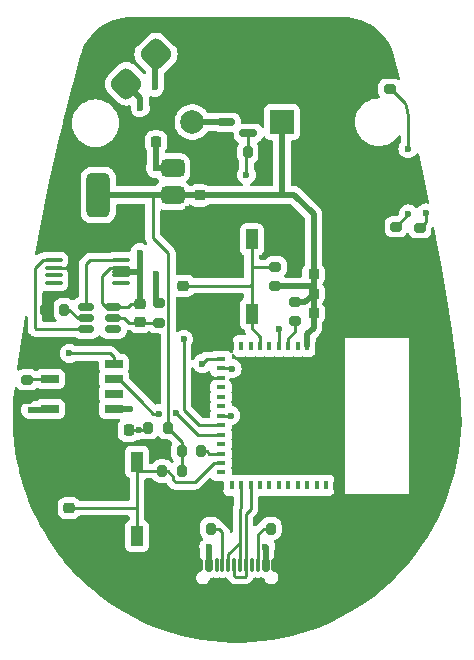
<source format=gbr>
%TF.GenerationSoftware,KiCad,Pcbnew,8.0.4*%
%TF.CreationDate,2024-08-11T09:47:25+05:30*%
%TF.ProjectId,Wrkshp_PCB_test,57726b73-6870-45f5-9043-425f74657374,rev?*%
%TF.SameCoordinates,Original*%
%TF.FileFunction,Copper,L1,Top*%
%TF.FilePolarity,Positive*%
%FSLAX46Y46*%
G04 Gerber Fmt 4.6, Leading zero omitted, Abs format (unit mm)*
G04 Created by KiCad (PCBNEW 8.0.4) date 2024-08-11 09:47:25*
%MOMM*%
%LPD*%
G01*
G04 APERTURE LIST*
G04 Aperture macros list*
%AMRoundRect*
0 Rectangle with rounded corners*
0 $1 Rounding radius*
0 $2 $3 $4 $5 $6 $7 $8 $9 X,Y pos of 4 corners*
0 Add a 4 corners polygon primitive as box body*
4,1,4,$2,$3,$4,$5,$6,$7,$8,$9,$2,$3,0*
0 Add four circle primitives for the rounded corners*
1,1,$1+$1,$2,$3*
1,1,$1+$1,$4,$5*
1,1,$1+$1,$6,$7*
1,1,$1+$1,$8,$9*
0 Add four rect primitives between the rounded corners*
20,1,$1+$1,$2,$3,$4,$5,0*
20,1,$1+$1,$4,$5,$6,$7,0*
20,1,$1+$1,$6,$7,$8,$9,0*
20,1,$1+$1,$8,$9,$2,$3,0*%
%AMFreePoly0*
4,1,14,0.728536,0.728536,0.730000,0.725000,0.730000,-0.725000,0.728536,-0.728536,0.725000,-0.730000,-0.725000,-0.730000,-0.728536,-0.728536,-0.730000,-0.725000,-0.730000,0.125000,-0.728536,0.128536,-0.128536,0.728536,-0.125000,0.730000,0.725000,0.730000,0.728536,0.728536,0.728536,0.728536,$1*%
G04 Aperture macros list end*
%TA.AperFunction,SMDPad,CuDef*%
%ADD10RoundRect,0.200000X0.275000X-0.200000X0.275000X0.200000X-0.275000X0.200000X-0.275000X-0.200000X0*%
%TD*%
%TA.AperFunction,SMDPad,CuDef*%
%ADD11RoundRect,0.550000X-0.777817X0.000000X0.000000X-0.777817X0.777817X0.000000X0.000000X0.777817X0*%
%TD*%
%TA.AperFunction,SMDPad,CuDef*%
%ADD12RoundRect,0.375000X0.625000X0.375000X-0.625000X0.375000X-0.625000X-0.375000X0.625000X-0.375000X0*%
%TD*%
%TA.AperFunction,SMDPad,CuDef*%
%ADD13RoundRect,0.500000X0.500000X1.400000X-0.500000X1.400000X-0.500000X-1.400000X0.500000X-1.400000X0*%
%TD*%
%TA.AperFunction,SMDPad,CuDef*%
%ADD14RoundRect,0.200000X0.200000X0.275000X-0.200000X0.275000X-0.200000X-0.275000X0.200000X-0.275000X0*%
%TD*%
%TA.AperFunction,SMDPad,CuDef*%
%ADD15RoundRect,0.200000X-0.200000X-0.275000X0.200000X-0.275000X0.200000X0.275000X-0.200000X0.275000X0*%
%TD*%
%TA.AperFunction,SMDPad,CuDef*%
%ADD16R,0.400000X0.800000*%
%TD*%
%TA.AperFunction,SMDPad,CuDef*%
%ADD17R,0.800000X0.400000*%
%TD*%
%TA.AperFunction,SMDPad,CuDef*%
%ADD18FreePoly0,270.000000*%
%TD*%
%TA.AperFunction,SMDPad,CuDef*%
%ADD19R,1.450000X1.450000*%
%TD*%
%TA.AperFunction,SMDPad,CuDef*%
%ADD20R,0.700000X0.700000*%
%TD*%
%TA.AperFunction,SMDPad,CuDef*%
%ADD21RoundRect,0.225000X0.250000X-0.225000X0.250000X0.225000X-0.250000X0.225000X-0.250000X-0.225000X0*%
%TD*%
%TA.AperFunction,SMDPad,CuDef*%
%ADD22RoundRect,0.200000X-0.275000X0.200000X-0.275000X-0.200000X0.275000X-0.200000X0.275000X0.200000X0*%
%TD*%
%TA.AperFunction,SMDPad,CuDef*%
%ADD23R,1.000000X1.700000*%
%TD*%
%TA.AperFunction,SMDPad,CuDef*%
%ADD24RoundRect,0.150000X-0.512500X-0.150000X0.512500X-0.150000X0.512500X0.150000X-0.512500X0.150000X0*%
%TD*%
%TA.AperFunction,SMDPad,CuDef*%
%ADD25R,1.500000X0.650000*%
%TD*%
%TA.AperFunction,SMDPad,CuDef*%
%ADD26R,1.350000X1.800000*%
%TD*%
%TA.AperFunction,SMDPad,CuDef*%
%ADD27RoundRect,0.225000X-0.225000X-0.250000X0.225000X-0.250000X0.225000X0.250000X-0.225000X0.250000X0*%
%TD*%
%TA.AperFunction,SMDPad,CuDef*%
%ADD28RoundRect,0.100000X0.637500X0.100000X-0.637500X0.100000X-0.637500X-0.100000X0.637500X-0.100000X0*%
%TD*%
%TA.AperFunction,SMDPad,CuDef*%
%ADD29RoundRect,0.225000X-0.250000X0.225000X-0.250000X-0.225000X0.250000X-0.225000X0.250000X0.225000X0*%
%TD*%
%TA.AperFunction,SMDPad,CuDef*%
%ADD30RoundRect,0.225000X0.225000X0.250000X-0.225000X0.250000X-0.225000X-0.250000X0.225000X-0.250000X0*%
%TD*%
%TA.AperFunction,SMDPad,CuDef*%
%ADD31RoundRect,0.150000X-0.150000X-0.425000X0.150000X-0.425000X0.150000X0.425000X-0.150000X0.425000X0*%
%TD*%
%TA.AperFunction,SMDPad,CuDef*%
%ADD32RoundRect,0.075000X-0.075000X-0.500000X0.075000X-0.500000X0.075000X0.500000X-0.075000X0.500000X0*%
%TD*%
%TA.AperFunction,ComponentPad*%
%ADD33O,1.000000X2.100000*%
%TD*%
%TA.AperFunction,ComponentPad*%
%ADD34O,1.000000X1.800000*%
%TD*%
%TA.AperFunction,SMDPad,CuDef*%
%ADD35RoundRect,0.150000X0.587500X0.150000X-0.587500X0.150000X-0.587500X-0.150000X0.587500X-0.150000X0*%
%TD*%
%TA.AperFunction,ComponentPad*%
%ADD36R,2.000000X2.000000*%
%TD*%
%TA.AperFunction,ComponentPad*%
%ADD37C,2.000000*%
%TD*%
%TA.AperFunction,ViaPad*%
%ADD38C,0.600000*%
%TD*%
%TA.AperFunction,Conductor*%
%ADD39C,0.508000*%
%TD*%
%TA.AperFunction,Conductor*%
%ADD40C,0.254000*%
%TD*%
G04 APERTURE END LIST*
D10*
%TO.P,R10,1*%
%TO.N,Net-(D1-RK)*%
X156108400Y-71792600D03*
%TO.P,R10,2*%
%TO.N,GND*%
X156108400Y-70142600D03*
%TD*%
D11*
%TO.P,BT1,1,+*%
%TO.N,+BATT*%
X136309036Y-68821364D03*
%TO.P,BT1,2,-*%
%TO.N,Net-(BT1--)*%
X133794564Y-71335836D03*
%TD*%
D10*
%TO.P,R5,1*%
%TO.N,GND*%
X125389000Y-98038900D03*
%TO.P,R5,2*%
%TO.N,Net-(U4-PROG)*%
X125389000Y-96388900D03*
%TD*%
D12*
%TO.P,U2,1,GND*%
%TO.N,GND*%
X137719200Y-83046600D03*
%TO.P,U2,2,VO*%
%TO.N,+3V3*%
X137719200Y-80746600D03*
D13*
X131419200Y-80746600D03*
D12*
%TO.P,U2,3,VI*%
%TO.N,+BATT*%
X137719200Y-78446600D03*
%TD*%
D14*
%TO.P,R1,1*%
%TO.N,Net-(J1-CC1)*%
X140956800Y-108991400D03*
%TO.P,R1,2*%
%TO.N,GND*%
X139306800Y-108991400D03*
%TD*%
D15*
%TO.P,R2,1*%
%TO.N,Net-(J1-CC2)*%
X146037800Y-108991400D03*
%TO.P,R2,2*%
%TO.N,GND*%
X147687800Y-108991400D03*
%TD*%
D16*
%TO.P,U1,1,GND*%
%TO.N,GND*%
X150710000Y-93533800D03*
%TO.P,U1,2,GND*%
X149910000Y-93533800D03*
%TO.P,U1,3,3V3*%
%TO.N,+3V3*%
X149110000Y-93533800D03*
%TO.P,U1,4,NC*%
%TO.N,unconnected-(U1-NC-Pad4)*%
X148310000Y-93533800D03*
%TO.P,U1,5,IO2*%
%TO.N,Net-(U1-IO2)*%
X147510000Y-93533800D03*
%TO.P,U1,6,IO3*%
%TO.N,Bulb_1*%
X146710000Y-93533800D03*
%TO.P,U1,7,NC*%
%TO.N,unconnected-(U1-NC-Pad7)*%
X145910000Y-93533800D03*
%TO.P,U1,8,EN*%
%TO.N,RESET*%
X145110000Y-93533800D03*
%TO.P,U1,9,NC*%
%TO.N,unconnected-(U1-NC-Pad9)*%
X144310000Y-93533800D03*
%TO.P,U1,10,NC*%
%TO.N,unconnected-(U1-NC-Pad10)*%
X143510000Y-93533800D03*
%TO.P,U1,11,GND*%
%TO.N,GND*%
X142710000Y-93533800D03*
D17*
%TO.P,U1,12,IO0*%
%TO.N,Button*%
X141810000Y-94633800D03*
%TO.P,U1,13,IO1*%
%TO.N,Bulb_2*%
X141810000Y-95433800D03*
%TO.P,U1,14,GND*%
%TO.N,GND*%
X141810000Y-96233800D03*
%TO.P,U1,15,NC*%
%TO.N,unconnected-(U1-NC-Pad15)*%
X141810000Y-97033800D03*
%TO.P,U1,16,IO10*%
%TO.N,unconnected-(U1-IO10-Pad16)*%
X141810000Y-97833800D03*
%TO.P,U1,17,NC*%
%TO.N,unconnected-(U1-NC-Pad17)*%
X141810000Y-98633800D03*
%TO.P,U1,18,IO4*%
%TO.N,Bulb_3*%
X141810000Y-99433800D03*
%TO.P,U1,19,IO5*%
%TO.N,Buzzer*%
X141810000Y-100233800D03*
%TO.P,U1,20,IO6*%
%TO.N,CHG*%
X141810000Y-101033800D03*
%TO.P,U1,21,IO7*%
%TO.N,unconnected-(U1-IO7-Pad21)*%
X141810000Y-101833800D03*
%TO.P,U1,22,IO8*%
%TO.N,Net-(U1-IO8)*%
X141810000Y-102633800D03*
%TO.P,U1,23,IO9*%
%TO.N,BOOT*%
X141810000Y-103433800D03*
%TO.P,U1,24,NC*%
%TO.N,unconnected-(U1-NC-Pad24)*%
X141810000Y-104233800D03*
D16*
%TO.P,U1,25,NC*%
%TO.N,unconnected-(U1-NC-Pad25)*%
X142710000Y-105333800D03*
%TO.P,U1,26,USB_DN/IO18*%
%TO.N,USB_DN*%
X143510000Y-105333800D03*
%TO.P,U1,27,USB_DP/IO19*%
%TO.N,USB_DP*%
X144310000Y-105333800D03*
%TO.P,U1,28,NC*%
%TO.N,unconnected-(U1-NC-Pad28)*%
X145110000Y-105333800D03*
%TO.P,U1,29,NC*%
%TO.N,unconnected-(U1-NC-Pad29)*%
X145910000Y-105333800D03*
%TO.P,U1,30,RXD0*%
%TO.N,unconnected-(U1-RXD0-Pad30)*%
X146710000Y-105333800D03*
%TO.P,U1,31,TXD0*%
%TO.N,unconnected-(U1-TXD0-Pad31)*%
X147510000Y-105333800D03*
%TO.P,U1,32,NC*%
%TO.N,unconnected-(U1-NC-Pad32)*%
X148310000Y-105333800D03*
%TO.P,U1,33,NC*%
%TO.N,unconnected-(U1-NC-Pad33)*%
X149110000Y-105333800D03*
%TO.P,U1,34,NC*%
%TO.N,unconnected-(U1-NC-Pad34)*%
X149910000Y-105333800D03*
%TO.P,U1,35,NC*%
%TO.N,unconnected-(U1-NC-Pad35)*%
X150710000Y-105333800D03*
D17*
%TO.P,U1,36,GND*%
%TO.N,GND*%
X151610000Y-104233800D03*
%TO.P,U1,37,GND*%
X151610000Y-103433800D03*
%TO.P,U1,38,GND*%
X151610000Y-102633800D03*
%TO.P,U1,39,GND*%
X151610000Y-101833800D03*
%TO.P,U1,40,GND*%
X151610000Y-101033800D03*
%TO.P,U1,41,GND*%
X151610000Y-100233800D03*
%TO.P,U1,42,GND*%
X151610000Y-99433800D03*
%TO.P,U1,43,GND*%
X151610000Y-98633800D03*
%TO.P,U1,44,GND*%
X151610000Y-97833800D03*
%TO.P,U1,45,GND*%
X151610000Y-97033800D03*
%TO.P,U1,46,GND*%
X151610000Y-96233800D03*
%TO.P,U1,47,GND*%
X151610000Y-95433800D03*
%TO.P,U1,48,GND*%
X151610000Y-94633800D03*
D18*
%TO.P,U1,49,GND*%
X148685000Y-97458800D03*
D19*
X146710000Y-97458800D03*
X144735000Y-97458800D03*
X148685000Y-99433800D03*
X146710000Y-99433800D03*
X144735000Y-99433800D03*
X148685000Y-101408800D03*
X146710000Y-101408800D03*
X144735000Y-101408800D03*
D20*
%TO.P,U1,50,GND*%
X151660000Y-105383800D03*
%TO.P,U1,51,GND*%
X141760000Y-105383800D03*
%TO.P,U1,52,GND*%
X141760000Y-93483800D03*
%TO.P,U1,53,GND*%
X151660000Y-93483800D03*
%TD*%
D21*
%TO.P,C5,1*%
%TO.N,BOOT*%
X128955800Y-107251800D03*
%TO.P,C5,2*%
%TO.N,GND*%
X128955800Y-105701800D03*
%TD*%
D22*
%TO.P,R4,1*%
%TO.N,+BATT*%
X136550400Y-89916800D03*
%TO.P,R4,2*%
%TO.N,Net-(U3-VCC)*%
X136550400Y-91566800D03*
%TD*%
D23*
%TO.P,SW3,1,1*%
%TO.N,GND*%
X130891200Y-109626800D03*
X130891200Y-103326800D03*
%TO.P,SW3,2,2*%
%TO.N,BOOT*%
X134691200Y-109626800D03*
X134691200Y-103326800D03*
%TD*%
D24*
%TO.P,U3,1,OD*%
%TO.N,Net-(Q2-G_{1})*%
X130378200Y-90200400D03*
%TO.P,U3,2,CS*%
%TO.N,Net-(U3-CS)*%
X130378200Y-91150400D03*
%TO.P,U3,3,OC*%
%TO.N,Net-(Q2-G_{2})*%
X130378200Y-92100400D03*
%TO.P,U3,4,TD*%
%TO.N,unconnected-(U3-TD-Pad4)*%
X132653200Y-92100400D03*
%TO.P,U3,5,VCC*%
%TO.N,Net-(U3-VCC)*%
X132653200Y-91150400D03*
%TO.P,U3,6,GND*%
%TO.N,Net-(BT1--)*%
X132653200Y-90200400D03*
%TD*%
D25*
%TO.P,U4,1,TEMP*%
%TO.N,GND*%
X127337200Y-95061200D03*
%TO.P,U4,2,PROG*%
%TO.N,Net-(U4-PROG)*%
X127337200Y-96331200D03*
%TO.P,U4,3,GND*%
%TO.N,GND*%
X127337200Y-97601200D03*
%TO.P,U4,4,VCC*%
%TO.N,VBUS*%
X127337200Y-98871200D03*
%TO.P,U4,5,BAT*%
%TO.N,+BATT*%
X132737200Y-98871200D03*
%TO.P,U4,6,~{STDBY}*%
%TO.N,unconnected-(U4-~{STDBY}-Pad6)*%
X132737200Y-97601200D03*
%TO.P,U4,7,~{CHRG}*%
%TO.N,CHG*%
X132737200Y-96331200D03*
%TO.P,U4,8,CE*%
%TO.N,VBUS*%
X132737200Y-95061200D03*
D26*
%TO.P,U4,9,EP*%
%TO.N,GND*%
X129362200Y-96066200D03*
X129362200Y-97866200D03*
X130712200Y-96066200D03*
X130712200Y-97866200D03*
%TD*%
D14*
%TO.P,R14,1*%
%TO.N,+3V3*%
X138493000Y-104114600D03*
%TO.P,R14,2*%
%TO.N,BOOT*%
X136843000Y-104114600D03*
%TD*%
D23*
%TO.P,SW2,1,1*%
%TO.N,GND*%
X140619400Y-90805400D03*
X140619400Y-84505400D03*
%TO.P,SW2,2,2*%
%TO.N,RESET*%
X144419400Y-90805400D03*
X144419400Y-84505400D03*
%TD*%
D27*
%TO.P,C7,1*%
%TO.N,+3V3*%
X149643800Y-89103200D03*
%TO.P,C7,2*%
%TO.N,GND*%
X151193800Y-89103200D03*
%TD*%
D22*
%TO.P,R8,1*%
%TO.N,Net-(D1-BK)*%
X156641800Y-83426800D03*
%TO.P,R8,2*%
%TO.N,GND*%
X156641800Y-85076800D03*
%TD*%
D28*
%TO.P,Q2,1,D_{12}*%
%TO.N,unconnected-(Q2-D_{12}-Pad1)*%
X133367700Y-88198600D03*
%TO.P,Q2,2,S_{1}*%
%TO.N,Net-(BT1--)*%
X133367700Y-87548600D03*
%TO.P,Q2,3,S_{1}*%
X133367700Y-86898600D03*
%TO.P,Q2,4,G_{1}*%
%TO.N,Net-(Q2-G_{1})*%
X133367700Y-86248600D03*
%TO.P,Q2,5,G_{2}*%
%TO.N,Net-(Q2-G_{2})*%
X127642700Y-86248600D03*
%TO.P,Q2,6,S_{2}*%
%TO.N,GND*%
X127642700Y-86898600D03*
%TO.P,Q2,7,S_{2}*%
%TO.N,unconnected-(Q2-S_{2}-Pad7)*%
X127642700Y-87548600D03*
%TO.P,Q2,8,D_{12}*%
%TO.N,unconnected-(Q2-D_{12}-Pad1)_0*%
X127642700Y-88198600D03*
%TD*%
D29*
%TO.P,C2,1*%
%TO.N,+3V3*%
X140004800Y-80784400D03*
%TO.P,C2,2*%
%TO.N,GND*%
X140004800Y-82334400D03*
%TD*%
D15*
%TO.P,R3,1*%
%TO.N,Buzzer*%
X144082000Y-77139800D03*
%TO.P,R3,2*%
%TO.N,GND*%
X145732000Y-77139800D03*
%TD*%
D14*
%TO.P,R7,1*%
%TO.N,Net-(U3-CS)*%
X128536200Y-90449400D03*
%TO.P,R7,2*%
%TO.N,GND*%
X126886200Y-90449400D03*
%TD*%
D21*
%TO.P,C3,1*%
%TO.N,Net-(U3-VCC)*%
X134950200Y-91503800D03*
%TO.P,C3,2*%
%TO.N,Net-(BT1--)*%
X134950200Y-89953800D03*
%TD*%
D10*
%TO.P,R13,1*%
%TO.N,+3V3*%
X146398600Y-88490800D03*
%TO.P,R13,2*%
%TO.N,RESET*%
X146398600Y-86840800D03*
%TD*%
D30*
%TO.P,C9,1*%
%TO.N,Button*%
X134010400Y-100660200D03*
%TO.P,C9,2*%
%TO.N,GND*%
X132460400Y-100660200D03*
%TD*%
D14*
%TO.P,R15,1*%
%TO.N,+3V3*%
X137299200Y-100457000D03*
%TO.P,R15,2*%
%TO.N,Button*%
X135649200Y-100457000D03*
%TD*%
D15*
%TO.P,R11,1*%
%TO.N,+3V3*%
X138494000Y-102438200D03*
%TO.P,R11,2*%
%TO.N,Net-(U1-IO8)*%
X140144000Y-102438200D03*
%TD*%
D27*
%TO.P,C8,1*%
%TO.N,+3V3*%
X149643800Y-90728800D03*
%TO.P,C8,2*%
%TO.N,GND*%
X151193800Y-90728800D03*
%TD*%
%TO.P,C6,1*%
%TO.N,+3V3*%
X149643800Y-87452200D03*
%TO.P,C6,2*%
%TO.N,GND*%
X151193800Y-87452200D03*
%TD*%
D31*
%TO.P,J1,A1,GND*%
%TO.N,GND*%
X139979800Y-112067800D03*
%TO.P,J1,A4,VBUS*%
%TO.N,VBUS*%
X140779800Y-112067800D03*
D32*
%TO.P,J1,A5,CC1*%
%TO.N,Net-(J1-CC1)*%
X141929800Y-112067800D03*
%TO.P,J1,A6,D+*%
%TO.N,USB_DP*%
X142929800Y-112067800D03*
%TO.P,J1,A7,D-*%
%TO.N,USB_DN*%
X143429800Y-112067800D03*
%TO.P,J1,A8,SBU1*%
%TO.N,unconnected-(J1-SBU1-PadA8)*%
X144429800Y-112067800D03*
D31*
%TO.P,J1,A9,VBUS*%
%TO.N,VBUS*%
X145579800Y-112067800D03*
%TO.P,J1,A12,GND*%
%TO.N,GND*%
X146379800Y-112067800D03*
%TO.P,J1,B1,GND*%
X146379800Y-112067800D03*
%TO.P,J1,B4,VBUS*%
%TO.N,VBUS*%
X145579800Y-112067800D03*
D32*
%TO.P,J1,B5,CC2*%
%TO.N,Net-(J1-CC2)*%
X144929800Y-112067800D03*
%TO.P,J1,B6,D+*%
%TO.N,USB_DP*%
X143929800Y-112067800D03*
%TO.P,J1,B7,D-*%
%TO.N,USB_DN*%
X142429800Y-112067800D03*
%TO.P,J1,B8,SBU2*%
%TO.N,unconnected-(J1-SBU2-PadB8)*%
X141429800Y-112067800D03*
D31*
%TO.P,J1,B9,VBUS*%
%TO.N,VBUS*%
X140779800Y-112067800D03*
%TO.P,J1,B12,GND*%
%TO.N,GND*%
X139979800Y-112067800D03*
D33*
%TO.P,J1,S1,SHIELD*%
X138859800Y-112642800D03*
D34*
X138859800Y-116822800D03*
D33*
X147499800Y-112642800D03*
D34*
X147499800Y-116822800D03*
%TD*%
D22*
%TO.P,R12,1*%
%TO.N,+3V3*%
X148082000Y-89802200D03*
%TO.P,R12,2*%
%TO.N,Net-(U1-IO2)*%
X148082000Y-91452200D03*
%TD*%
%TO.P,R9,1*%
%TO.N,Net-(D1-GK)*%
X158648400Y-83528400D03*
%TO.P,R9,2*%
%TO.N,GND*%
X158648400Y-85178400D03*
%TD*%
D35*
%TO.P,Q1,1,B*%
%TO.N,Buzzer*%
X144117300Y-75525000D03*
%TO.P,Q1,2,E*%
%TO.N,GND*%
X144117300Y-73625000D03*
%TO.P,Q1,3,C*%
%TO.N,Net-(BZ1--)*%
X142242300Y-74575000D03*
%TD*%
D30*
%TO.P,C1,1*%
%TO.N,+BATT*%
X136309400Y-76250800D03*
%TO.P,C1,2*%
%TO.N,GND*%
X134759400Y-76250800D03*
%TD*%
D21*
%TO.P,C4,1*%
%TO.N,RESET*%
X138626200Y-88440800D03*
%TO.P,C4,2*%
%TO.N,GND*%
X138626200Y-86890800D03*
%TD*%
D36*
%TO.P,BZ1,1,+*%
%TO.N,+3V3*%
X146979800Y-74575000D03*
D37*
%TO.P,BZ1,2,-*%
%TO.N,Net-(BZ1--)*%
X139379800Y-74575000D03*
%TD*%
D38*
%TO.N,Net-(BT1--)*%
X134950200Y-85623400D03*
X134975600Y-73355200D03*
%TO.N,+BATT*%
X136271000Y-78486000D03*
X134112000Y-98856800D03*
X136194800Y-71628000D03*
X136271000Y-87426800D03*
%TO.N,GND*%
X148869400Y-108966000D03*
X140817600Y-96240600D03*
X131241800Y-100558600D03*
X147701000Y-98475800D03*
X141757400Y-84048600D03*
X158851600Y-86233000D03*
X152374600Y-87477600D03*
X139039600Y-81965800D03*
X129159000Y-86918800D03*
X147675600Y-100406200D03*
X145719800Y-98475800D03*
X145719800Y-100406200D03*
X144119600Y-72415400D03*
X130784600Y-111582200D03*
X157683200Y-86055200D03*
X132130800Y-102870000D03*
X127381000Y-93446600D03*
X155956000Y-68834000D03*
X152450800Y-90728800D03*
X152374600Y-89077800D03*
X145719800Y-78257400D03*
X139141200Y-82880200D03*
X126974600Y-89408000D03*
X127584200Y-105613200D03*
X141757400Y-90932000D03*
%TO.N,Bulb_1*%
X146710400Y-92075000D03*
%TO.N,Net-(D1-GK)*%
X159156400Y-82270600D03*
%TO.N,Net-(D1-RK)*%
X157632400Y-76835000D03*
%TO.N,Bulb_3*%
X142646400Y-99415600D03*
%TO.N,Net-(D1-BK)*%
X157683200Y-82346800D03*
%TO.N,Bulb_2*%
X142748000Y-95453200D03*
%TO.N,CHG*%
X136525000Y-99263200D03*
X138023600Y-99212400D03*
%TO.N,VBUS*%
X145567400Y-110515400D03*
X128981200Y-94157800D03*
X125703692Y-98938501D03*
X140792200Y-110515400D03*
%TO.N,Button*%
X140233400Y-95021400D03*
X134899400Y-100660200D03*
%TO.N,Buzzer*%
X138658600Y-92964000D03*
X143967200Y-79044800D03*
%TD*%
D39*
%TO.N,Net-(BT1--)*%
X134975600Y-73355200D02*
X134975600Y-72516872D01*
X134950200Y-87274400D02*
X134950200Y-89953800D01*
D40*
X131699000Y-87579200D02*
X132379600Y-86898600D01*
X131699000Y-89865200D02*
X131699000Y-87579200D01*
D39*
X134975600Y-72516872D02*
X133794564Y-71335836D01*
D40*
X132653200Y-90200400D02*
X132034200Y-90200400D01*
X132034200Y-90200400D02*
X131699000Y-89865200D01*
X132379600Y-86898600D02*
X133367700Y-86898600D01*
D39*
X134950200Y-85623400D02*
X134950200Y-87274400D01*
D40*
X133954600Y-90200400D02*
X134201200Y-89953800D01*
X134201200Y-89953800D02*
X134950200Y-89953800D01*
D39*
X134950200Y-87274400D02*
X132867400Y-87274400D01*
D40*
X132653200Y-90200400D02*
X133954600Y-90200400D01*
D39*
%TO.N,+BATT*%
X136309400Y-78447600D02*
X136309400Y-76250800D01*
X136296400Y-89662800D02*
X136550400Y-89916800D01*
X136194800Y-68935600D02*
X136309036Y-68821364D01*
X136194800Y-71628000D02*
X136194800Y-68935600D01*
X132737200Y-98871200D02*
X134097600Y-98871200D01*
X136271000Y-87426800D02*
X136296400Y-87452200D01*
X136271000Y-78486000D02*
X136309400Y-78447600D01*
X136271000Y-78486000D02*
X137679800Y-78486000D01*
X134097600Y-98871200D02*
X134112000Y-98856800D01*
X136296400Y-87452200D02*
X136296400Y-89662800D01*
%TO.N,+3V3*%
X136042400Y-80746600D02*
X131419200Y-80746600D01*
D40*
X137352400Y-100403800D02*
X137352400Y-85688800D01*
D39*
X148944800Y-89802200D02*
X149643800Y-89103200D01*
X148082000Y-89802200D02*
X148944800Y-89802200D01*
D40*
X138494000Y-102438200D02*
X138494000Y-101651800D01*
D39*
X137719200Y-80746600D02*
X136042400Y-80746600D01*
X149643800Y-82384600D02*
X149643800Y-90728800D01*
D40*
X138493000Y-102439200D02*
X138494000Y-102438200D01*
X138494000Y-101651800D02*
X137299200Y-100457000D01*
X137352400Y-85688800D02*
X136042400Y-84378800D01*
D39*
X146979800Y-74575000D02*
X146979800Y-80731200D01*
X146964400Y-80746600D02*
X148005800Y-80746600D01*
D40*
X137299200Y-100457000D02*
X137352400Y-100403800D01*
D39*
X148005800Y-80746600D02*
X149643800Y-82384600D01*
X149643800Y-91986400D02*
X149110000Y-92520200D01*
D40*
X138493000Y-104114600D02*
X138493000Y-102439200D01*
D39*
X149110000Y-92520200D02*
X149110000Y-93533800D01*
D40*
X136042400Y-84378800D02*
X136042400Y-80746600D01*
D39*
X149643800Y-90728800D02*
X149643800Y-91986400D01*
X146398600Y-88490800D02*
X149631400Y-88490800D01*
X137719200Y-80746600D02*
X146964400Y-80746600D01*
X146979800Y-80731200D02*
X146964400Y-80746600D01*
%TO.N,Net-(BZ1--)*%
X142242300Y-74575000D02*
X139379800Y-74575000D01*
D40*
%TO.N,GND*%
X140817600Y-96240600D02*
X141803200Y-96240600D01*
X129138800Y-86898600D02*
X129159000Y-86918800D01*
X141803200Y-96240600D02*
X141810000Y-96233800D01*
X127642700Y-86898600D02*
X129138800Y-86898600D01*
%TO.N,Net-(U3-VCC)*%
X134010200Y-91566800D02*
X136550400Y-91566800D01*
X132653200Y-91150400D02*
X133593800Y-91150400D01*
X133593800Y-91150400D02*
X134010200Y-91566800D01*
%TO.N,Bulb_1*%
X146710000Y-92075400D02*
X146710400Y-92075000D01*
X146710000Y-93533800D02*
X146710000Y-92075400D01*
%TO.N,Net-(D1-GK)*%
X159156400Y-83020400D02*
X158648400Y-83528400D01*
X159156400Y-82270600D02*
X159156400Y-83020400D01*
%TO.N,Net-(D1-RK)*%
X157453840Y-73211960D02*
X157657800Y-74053968D01*
X157657800Y-74053968D02*
X157657800Y-76809600D01*
X157393224Y-72976928D02*
X157453840Y-73211960D01*
X156208896Y-71792600D02*
X157393224Y-72976928D01*
X157657800Y-76809600D02*
X157632400Y-76835000D01*
X156108400Y-71792600D02*
X156208896Y-71792600D01*
%TO.N,Bulb_3*%
X142628200Y-99433800D02*
X142646400Y-99415600D01*
X141810000Y-99433800D02*
X142628200Y-99433800D01*
%TO.N,Net-(D1-BK)*%
X157683200Y-82385400D02*
X157683200Y-82346800D01*
X156641800Y-83426800D02*
X157683200Y-82385400D01*
%TO.N,Bulb_2*%
X141810000Y-95433800D02*
X142728600Y-95433800D01*
X142728600Y-95433800D02*
X142748000Y-95453200D01*
%TO.N,CHG*%
X136094200Y-99263200D02*
X136525000Y-99263200D01*
X139845000Y-101033800D02*
X141810000Y-101033800D01*
X133162200Y-96331200D02*
X135026400Y-98195400D01*
X135026400Y-98195400D02*
X136094200Y-99263200D01*
X132737200Y-96331200D02*
X133162200Y-96331200D01*
X138023600Y-99212400D02*
X139845000Y-101033800D01*
D39*
%TO.N,VBUS*%
X145579800Y-112067800D02*
X145579800Y-110527800D01*
X126655400Y-98871200D02*
X127337200Y-98871200D01*
X125703692Y-98938501D02*
X126588099Y-98938501D01*
D40*
X132410200Y-94157800D02*
X128981200Y-94157800D01*
D39*
X126588099Y-98938501D02*
X126655400Y-98871200D01*
X145579800Y-110527800D02*
X145567400Y-110515400D01*
X140779800Y-112067800D02*
X140779800Y-110527800D01*
X140779800Y-110527800D02*
X140792200Y-110515400D01*
D40*
X132737200Y-94484800D02*
X132410200Y-94157800D01*
X132737200Y-95061200D02*
X132737200Y-94484800D01*
%TO.N,Net-(J1-CC2)*%
X145415000Y-108991400D02*
X146037800Y-108991400D01*
X144929800Y-112067800D02*
X144929800Y-109476600D01*
X144929800Y-109476600D02*
X145415000Y-108991400D01*
%TO.N,USB_DP*%
X143865600Y-113055400D02*
X143027400Y-113055400D01*
X142929800Y-112957800D02*
X142929800Y-112067800D01*
X143027400Y-113055400D02*
X142929800Y-112957800D01*
X144310000Y-107353200D02*
X144310000Y-105333800D01*
X143929800Y-112067800D02*
X143929800Y-112991200D01*
X143929800Y-112067800D02*
X143929800Y-107733400D01*
X143929800Y-112991200D02*
X143865600Y-113055400D01*
X143929800Y-107733400D02*
X144310000Y-107353200D01*
%TO.N,USB_DN*%
X142417800Y-111175800D02*
X143306800Y-110286800D01*
X143429800Y-110286800D02*
X143429800Y-112067800D01*
X143306800Y-110286800D02*
X143429800Y-110286800D01*
X142429800Y-112067800D02*
X142417800Y-112055800D01*
X142417800Y-112055800D02*
X142417800Y-111175800D01*
X143510000Y-107213400D02*
X143429800Y-107293600D01*
X143429800Y-107293600D02*
X143429800Y-110286800D01*
X143510000Y-105333800D02*
X143510000Y-107213400D01*
%TO.N,Net-(J1-CC1)*%
X141929800Y-109301600D02*
X141619600Y-108991400D01*
X141619600Y-108991400D02*
X140956800Y-108991400D01*
X141929800Y-112067800D02*
X141929800Y-109301600D01*
%TO.N,Net-(Q2-G_{1})*%
X130378200Y-90200400D02*
X130378200Y-86614000D01*
X130743600Y-86248600D02*
X133367700Y-86248600D01*
X130378200Y-86614000D02*
X130743600Y-86248600D01*
%TO.N,Net-(Q2-G_{2})*%
X126060200Y-86944200D02*
X126755800Y-86248600D01*
X126136400Y-92100400D02*
X126060200Y-92024200D01*
X126755800Y-86248600D02*
X127642700Y-86248600D01*
X130378200Y-92100400D02*
X126136400Y-92100400D01*
X126060200Y-92024200D02*
X126060200Y-86944200D01*
%TO.N,Net-(U4-PROG)*%
X125446700Y-96331200D02*
X125389000Y-96388900D01*
X127337200Y-96331200D02*
X125446700Y-96331200D01*
%TO.N,Net-(U3-CS)*%
X128981200Y-90449400D02*
X129682200Y-91150400D01*
X128536200Y-90449400D02*
X128981200Y-90449400D01*
X129682200Y-91150400D02*
X130378200Y-91150400D01*
%TO.N,Net-(U1-IO8)*%
X140639800Y-102438200D02*
X140835400Y-102633800D01*
X140144000Y-102438200D02*
X140639800Y-102438200D01*
X140835400Y-102633800D02*
X141810000Y-102633800D01*
%TO.N,Net-(U1-IO2)*%
X147510000Y-92875600D02*
X148082000Y-92303600D01*
X147510000Y-93533800D02*
X147510000Y-92875600D01*
X148082000Y-92303600D02*
X148082000Y-91452200D01*
%TO.N,Button*%
X134010400Y-100660200D02*
X135446000Y-100660200D01*
X135446000Y-100660200D02*
X135649200Y-100457000D01*
X140233400Y-95021400D02*
X140621000Y-94633800D01*
X140621000Y-94633800D02*
X141810000Y-94633800D01*
%TO.N,Buzzer*%
X138658600Y-98933000D02*
X138658600Y-92964000D01*
X143967200Y-77254600D02*
X144082000Y-77139800D01*
X141810000Y-100233800D02*
X139959400Y-100233800D01*
X139959400Y-100233800D02*
X138658600Y-98933000D01*
X144082000Y-77139800D02*
X144082000Y-75560300D01*
X144082000Y-75560300D02*
X144117300Y-75525000D01*
X143967200Y-79044800D02*
X143967200Y-77254600D01*
%TO.N,BOOT*%
X137972800Y-105054400D02*
X139573000Y-105054400D01*
X137287000Y-104114600D02*
X137766000Y-104593600D01*
X136843000Y-104114600D02*
X134747000Y-104114600D01*
X137766000Y-104847600D02*
X137972800Y-105054400D01*
X136843000Y-104114600D02*
X137287000Y-104114600D01*
X141193600Y-103433800D02*
X141810000Y-103433800D01*
X139573000Y-105054400D02*
X141193600Y-103433800D01*
X128955800Y-107251800D02*
X134653400Y-107251800D01*
X134691200Y-109626800D02*
X134691200Y-107289600D01*
X134653400Y-107251800D02*
X134691200Y-107289600D01*
X134691200Y-107289600D02*
X134691200Y-103326800D01*
X137766000Y-104593600D02*
X137766000Y-104847600D01*
%TO.N,RESET*%
X146398600Y-86840800D02*
X144421200Y-86840800D01*
X144421200Y-86840800D02*
X144419400Y-86842600D01*
X138626200Y-88440800D02*
X144269000Y-88440800D01*
X144419400Y-86842600D02*
X144419400Y-88290400D01*
X145110000Y-92735200D02*
X144419400Y-92044600D01*
X145110000Y-93533800D02*
X145110000Y-92735200D01*
X144419400Y-88290400D02*
X144419400Y-90805400D01*
X144419400Y-84505400D02*
X144419400Y-86842600D01*
X144419400Y-92044600D02*
X144419400Y-90805400D01*
X144269000Y-88440800D02*
X144419400Y-88290400D01*
%TD*%
%TA.AperFunction,Conductor*%
%TO.N,GND*%
G36*
X152140308Y-65663117D02*
G01*
X152522797Y-65679750D01*
X152533504Y-65680682D01*
X152910448Y-65730104D01*
X152921029Y-65731962D01*
X153292267Y-65813917D01*
X153302659Y-65816690D01*
X153580724Y-65903983D01*
X153665345Y-65930549D01*
X153675474Y-65934219D01*
X154026919Y-66079132D01*
X154036691Y-66083668D01*
X154374211Y-66258530D01*
X154383552Y-66263896D01*
X154704649Y-66467412D01*
X154713490Y-66473570D01*
X155015682Y-66704168D01*
X155023955Y-66711069D01*
X155305007Y-66967042D01*
X155312649Y-66974635D01*
X155570425Y-67254040D01*
X155577379Y-67262269D01*
X155809913Y-67562974D01*
X155816127Y-67571774D01*
X156021692Y-67891543D01*
X156027119Y-67900850D01*
X156204155Y-68237260D01*
X156208753Y-68247003D01*
X156355917Y-68597501D01*
X156359652Y-68607606D01*
X156476675Y-68972168D01*
X156478427Y-68978135D01*
X156988025Y-70890297D01*
X156986268Y-70960145D01*
X156947027Y-71017954D01*
X156882762Y-71045372D01*
X156813875Y-71033692D01*
X156804065Y-71028350D01*
X156673006Y-70949122D01*
X156510596Y-70898514D01*
X156510594Y-70898513D01*
X156510592Y-70898513D01*
X156461178Y-70894023D01*
X156440016Y-70892100D01*
X155776784Y-70892100D01*
X155757545Y-70893848D01*
X155706207Y-70898513D01*
X155543793Y-70949122D01*
X155398211Y-71037130D01*
X155277930Y-71157411D01*
X155189922Y-71302993D01*
X155139313Y-71465407D01*
X155132900Y-71535986D01*
X155132900Y-72049213D01*
X155139313Y-72119792D01*
X155139313Y-72119794D01*
X155139314Y-72119796D01*
X155178291Y-72244880D01*
X155189922Y-72282206D01*
X155251104Y-72383413D01*
X155268940Y-72450968D01*
X155247422Y-72517442D01*
X155193382Y-72561729D01*
X155153833Y-72571247D01*
X154894366Y-72589804D01*
X154614762Y-72650628D01*
X154346633Y-72750635D01*
X154095490Y-72887770D01*
X154095482Y-72887775D01*
X153866412Y-73059254D01*
X153866394Y-73059270D01*
X153664070Y-73261594D01*
X153664054Y-73261612D01*
X153492575Y-73490682D01*
X153492570Y-73490690D01*
X153355435Y-73741833D01*
X153255428Y-74009962D01*
X153194604Y-74289566D01*
X153174190Y-74574998D01*
X153174190Y-74575001D01*
X153194604Y-74860433D01*
X153255428Y-75140037D01*
X153255430Y-75140043D01*
X153255431Y-75140046D01*
X153329563Y-75338801D01*
X153355435Y-75408166D01*
X153492570Y-75659309D01*
X153492575Y-75659317D01*
X153664054Y-75888387D01*
X153664070Y-75888405D01*
X153866394Y-76090729D01*
X153866412Y-76090745D01*
X154095482Y-76262224D01*
X154095490Y-76262229D01*
X154346633Y-76399364D01*
X154346632Y-76399364D01*
X154346636Y-76399365D01*
X154346639Y-76399367D01*
X154614754Y-76499369D01*
X154614760Y-76499370D01*
X154614762Y-76499371D01*
X154894366Y-76560195D01*
X154894368Y-76560195D01*
X154894372Y-76560196D01*
X155148020Y-76578337D01*
X155179799Y-76580610D01*
X155179800Y-76580610D01*
X155179801Y-76580610D01*
X155208395Y-76578564D01*
X155465228Y-76560196D01*
X155516034Y-76549144D01*
X155744837Y-76499371D01*
X155744837Y-76499370D01*
X155744846Y-76499369D01*
X156012961Y-76399367D01*
X156264115Y-76262226D01*
X156493195Y-76090739D01*
X156695539Y-75888395D01*
X156807033Y-75739455D01*
X156862966Y-75697584D01*
X156932658Y-75692600D01*
X156993981Y-75726084D01*
X157027466Y-75787407D01*
X157030300Y-75813766D01*
X157030300Y-76254594D01*
X157010615Y-76321633D01*
X157003247Y-76331907D01*
X157002584Y-76332738D01*
X156906611Y-76485476D01*
X156847031Y-76655745D01*
X156847030Y-76655750D01*
X156826835Y-76834996D01*
X156826835Y-76835003D01*
X156847030Y-77014249D01*
X156847031Y-77014254D01*
X156906611Y-77184523D01*
X156957037Y-77264775D01*
X157002584Y-77337262D01*
X157130138Y-77464816D01*
X157282878Y-77560789D01*
X157453145Y-77620368D01*
X157453150Y-77620369D01*
X157632396Y-77640565D01*
X157632400Y-77640565D01*
X157632404Y-77640565D01*
X157811649Y-77620369D01*
X157811652Y-77620368D01*
X157811655Y-77620368D01*
X157981922Y-77560789D01*
X158134662Y-77464816D01*
X158262216Y-77337262D01*
X158326504Y-77234948D01*
X158378836Y-77188659D01*
X158447890Y-77178010D01*
X158511738Y-77206385D01*
X158550110Y-77264775D01*
X158552501Y-77273835D01*
X158985936Y-79210113D01*
X158986289Y-79211738D01*
X159431153Y-81332071D01*
X159425653Y-81401724D01*
X159383370Y-81457347D01*
X159317727Y-81481279D01*
X159295912Y-81480753D01*
X159156404Y-81465035D01*
X159156396Y-81465035D01*
X158977150Y-81485230D01*
X158977145Y-81485231D01*
X158806876Y-81544811D01*
X158654137Y-81640784D01*
X158526584Y-81768337D01*
X158497495Y-81814633D01*
X158445160Y-81860924D01*
X158376106Y-81871572D01*
X158312258Y-81843197D01*
X158304820Y-81836342D01*
X158185462Y-81716984D01*
X158032723Y-81621011D01*
X157862454Y-81561431D01*
X157862449Y-81561430D01*
X157683204Y-81541235D01*
X157683196Y-81541235D01*
X157503950Y-81561430D01*
X157503945Y-81561431D01*
X157333676Y-81621011D01*
X157180937Y-81716984D01*
X157053384Y-81844537D01*
X156957410Y-81997278D01*
X156897830Y-82167550D01*
X156887984Y-82254937D01*
X156860917Y-82319351D01*
X156852446Y-82328734D01*
X156691198Y-82489982D01*
X156629878Y-82523466D01*
X156603519Y-82526300D01*
X156310184Y-82526300D01*
X156290945Y-82528048D01*
X156239607Y-82532713D01*
X156077193Y-82583322D01*
X155931611Y-82671330D01*
X155811330Y-82791611D01*
X155723322Y-82937193D01*
X155672713Y-83099607D01*
X155666300Y-83170186D01*
X155666300Y-83683413D01*
X155672713Y-83753992D01*
X155723322Y-83916406D01*
X155811330Y-84061988D01*
X155931611Y-84182269D01*
X155931613Y-84182270D01*
X155931615Y-84182272D01*
X156077194Y-84270278D01*
X156239604Y-84320886D01*
X156310184Y-84327300D01*
X156310187Y-84327300D01*
X156973413Y-84327300D01*
X156973416Y-84327300D01*
X157043996Y-84320886D01*
X157206406Y-84270278D01*
X157351985Y-84182272D01*
X157472272Y-84061985D01*
X157509084Y-84001089D01*
X157560610Y-83953903D01*
X157629469Y-83942064D01*
X157693798Y-83969332D01*
X157728273Y-84014343D01*
X157729920Y-84018001D01*
X157729922Y-84018006D01*
X157812859Y-84155200D01*
X157817930Y-84163588D01*
X157938211Y-84283869D01*
X157938213Y-84283870D01*
X157938215Y-84283872D01*
X158083794Y-84371878D01*
X158246204Y-84422486D01*
X158316784Y-84428900D01*
X158316787Y-84428900D01*
X158980013Y-84428900D01*
X158980016Y-84428900D01*
X159050596Y-84422486D01*
X159213006Y-84371878D01*
X159358585Y-84283872D01*
X159478872Y-84163585D01*
X159566878Y-84018006D01*
X159617486Y-83855596D01*
X159623900Y-83785016D01*
X159623900Y-83561928D01*
X159643585Y-83494889D01*
X159696389Y-83449134D01*
X159765547Y-83439190D01*
X159829103Y-83468215D01*
X159866877Y-83526993D01*
X159869587Y-83538093D01*
X159931769Y-83855596D01*
X160033502Y-84375047D01*
X160033811Y-84376681D01*
X160505243Y-86967579D01*
X160505530Y-86969217D01*
X160942187Y-89566264D01*
X160942451Y-89567905D01*
X161344222Y-92170441D01*
X161344465Y-92172086D01*
X161711310Y-94779846D01*
X161711531Y-94781495D01*
X162043252Y-97392993D01*
X162043656Y-97396596D01*
X162126237Y-98244369D01*
X162126653Y-98249943D01*
X162170895Y-99099581D01*
X162171060Y-99105168D01*
X162176969Y-99955952D01*
X162176882Y-99961540D01*
X162144447Y-100811730D01*
X162144108Y-100817309D01*
X162073394Y-101665168D01*
X162072804Y-101670726D01*
X161963954Y-102514539D01*
X161963114Y-102520065D01*
X161816350Y-103358112D01*
X161815262Y-103363594D01*
X161630883Y-104194177D01*
X161629549Y-104199605D01*
X161407928Y-105021033D01*
X161406351Y-105026395D01*
X161147941Y-105837001D01*
X161146124Y-105842287D01*
X160851438Y-106640447D01*
X160849384Y-106645645D01*
X160519051Y-107429668D01*
X160516766Y-107434769D01*
X160151416Y-108203154D01*
X160148903Y-108208146D01*
X159749304Y-108959279D01*
X159746568Y-108964153D01*
X159313530Y-109696507D01*
X159310577Y-109701253D01*
X158844985Y-110413338D01*
X158841822Y-110417946D01*
X158344594Y-111108355D01*
X158341226Y-111112815D01*
X157813420Y-111780078D01*
X157809855Y-111784383D01*
X157252483Y-112427223D01*
X157248727Y-112431362D01*
X156662982Y-113048401D01*
X156659044Y-113052367D01*
X156046055Y-113642416D01*
X156041941Y-113646200D01*
X155403024Y-114207992D01*
X155398745Y-114211588D01*
X154735145Y-114744031D01*
X154730708Y-114747429D01*
X154043773Y-115249438D01*
X154039187Y-115252633D01*
X153330360Y-115723156D01*
X153325635Y-115726142D01*
X152596286Y-116164269D01*
X152591431Y-116167038D01*
X151843108Y-116571836D01*
X151838133Y-116574384D01*
X151072322Y-116945053D01*
X151067238Y-116947374D01*
X150285504Y-117283156D01*
X150280320Y-117285246D01*
X149484239Y-117585462D01*
X149478966Y-117587316D01*
X148670161Y-117851356D01*
X148664810Y-117852970D01*
X147844955Y-118080287D01*
X147839537Y-118081659D01*
X147010242Y-118271806D01*
X147004767Y-118272932D01*
X146167755Y-118425514D01*
X146162235Y-118426392D01*
X145319193Y-118541100D01*
X145313639Y-118541728D01*
X144466312Y-118618328D01*
X144460736Y-118618706D01*
X143610790Y-118657047D01*
X143605202Y-118657173D01*
X142754398Y-118657173D01*
X142748810Y-118657047D01*
X141898863Y-118618706D01*
X141893287Y-118618328D01*
X141045960Y-118541728D01*
X141040406Y-118541100D01*
X140197364Y-118426392D01*
X140191844Y-118425514D01*
X139354832Y-118272932D01*
X139349357Y-118271806D01*
X138520062Y-118081659D01*
X138514644Y-118080287D01*
X137694789Y-117852970D01*
X137689438Y-117851356D01*
X136880633Y-117587316D01*
X136875360Y-117585462D01*
X136079279Y-117285246D01*
X136074095Y-117283156D01*
X135292361Y-116947374D01*
X135287277Y-116945053D01*
X134521466Y-116574384D01*
X134516491Y-116571836D01*
X133768168Y-116167038D01*
X133763313Y-116164269D01*
X133033964Y-115726142D01*
X133029239Y-115723156D01*
X132320412Y-115252633D01*
X132315826Y-115249438D01*
X131628891Y-114747429D01*
X131624474Y-114744046D01*
X130960825Y-114211564D01*
X130956575Y-114207992D01*
X130331968Y-113658783D01*
X130317656Y-113646198D01*
X130313544Y-113642416D01*
X130281411Y-113611486D01*
X129700552Y-113052364D01*
X129696617Y-113048401D01*
X129575357Y-112920663D01*
X129231549Y-112558486D01*
X129110872Y-112431362D01*
X129107116Y-112427223D01*
X128549744Y-111784383D01*
X128546179Y-111780078D01*
X128458831Y-111669651D01*
X128018356Y-111112793D01*
X128015022Y-111108377D01*
X127517775Y-110417943D01*
X127514614Y-110413338D01*
X127185430Y-109909878D01*
X127049016Y-109701244D01*
X127046069Y-109696507D01*
X126962991Y-109556006D01*
X126613027Y-108964146D01*
X126610295Y-108959279D01*
X126579606Y-108901593D01*
X126210696Y-108208146D01*
X126208183Y-108203154D01*
X125842833Y-107434769D01*
X125840548Y-107429668D01*
X125510215Y-106645645D01*
X125508161Y-106640447D01*
X125456418Y-106500300D01*
X125213468Y-105842268D01*
X125211665Y-105837021D01*
X124953248Y-105026395D01*
X124951671Y-105021033D01*
X124857208Y-104670909D01*
X124730048Y-104199597D01*
X124728716Y-104194177D01*
X124669254Y-103926317D01*
X124544334Y-103363581D01*
X124543249Y-103358112D01*
X124542998Y-103356677D01*
X124396480Y-102520037D01*
X124395649Y-102514568D01*
X124286791Y-101670694D01*
X124286208Y-101665199D01*
X124215489Y-100817289D01*
X124215152Y-100811730D01*
X124214167Y-100785923D01*
X124182716Y-99961522D01*
X124182630Y-99955952D01*
X124182895Y-99917862D01*
X124188539Y-99105140D01*
X124188703Y-99099609D01*
X124197092Y-98938497D01*
X124898127Y-98938497D01*
X124898127Y-98938504D01*
X124918322Y-99117750D01*
X124918323Y-99117755D01*
X124977903Y-99288024D01*
X125058065Y-99415600D01*
X125073876Y-99440763D01*
X125201430Y-99568317D01*
X125261880Y-99606300D01*
X125315501Y-99639993D01*
X125354170Y-99664290D01*
X125456109Y-99699960D01*
X125524437Y-99723869D01*
X125524442Y-99723870D01*
X125703688Y-99744066D01*
X125703692Y-99744066D01*
X125703696Y-99744066D01*
X125882941Y-99723870D01*
X125882943Y-99723869D01*
X125882947Y-99723869D01*
X125882950Y-99723867D01*
X125882954Y-99723867D01*
X125951277Y-99699960D01*
X125992232Y-99693001D01*
X126498280Y-99693001D01*
X126511535Y-99693711D01*
X126539327Y-99696700D01*
X128135072Y-99696699D01*
X128194683Y-99690291D01*
X128329531Y-99639996D01*
X128444746Y-99553746D01*
X128530996Y-99438531D01*
X128581291Y-99303683D01*
X128587700Y-99244073D01*
X128587699Y-98498328D01*
X128581291Y-98438717D01*
X128580366Y-98436238D01*
X128530997Y-98303871D01*
X128530993Y-98303864D01*
X128444747Y-98188655D01*
X128444744Y-98188652D01*
X128329535Y-98102406D01*
X128329528Y-98102402D01*
X128194682Y-98052108D01*
X128194683Y-98052108D01*
X128135083Y-98045701D01*
X128135081Y-98045700D01*
X128135073Y-98045700D01*
X128135064Y-98045700D01*
X126539329Y-98045700D01*
X126539323Y-98045701D01*
X126479716Y-98052108D01*
X126344871Y-98102402D01*
X126344869Y-98102403D01*
X126268909Y-98159268D01*
X126203445Y-98183685D01*
X126194598Y-98184001D01*
X125992232Y-98184001D01*
X125951277Y-98177042D01*
X125882954Y-98153134D01*
X125882941Y-98153131D01*
X125703696Y-98132936D01*
X125703688Y-98132936D01*
X125524442Y-98153131D01*
X125524437Y-98153132D01*
X125354168Y-98212712D01*
X125201429Y-98308685D01*
X125073876Y-98436238D01*
X124977903Y-98588977D01*
X124918323Y-98759246D01*
X124918322Y-98759251D01*
X124898127Y-98938497D01*
X124197092Y-98938497D01*
X124232946Y-98249934D01*
X124233362Y-98244369D01*
X124238789Y-98188654D01*
X124315946Y-97396562D01*
X124316347Y-97392993D01*
X124316669Y-97390465D01*
X124353353Y-97101658D01*
X124381329Y-97037635D01*
X124439477Y-96998899D01*
X124509338Y-96997749D01*
X124564046Y-97029604D01*
X124678811Y-97144369D01*
X124678813Y-97144370D01*
X124678815Y-97144372D01*
X124824394Y-97232378D01*
X124986804Y-97282986D01*
X125057384Y-97289400D01*
X125057387Y-97289400D01*
X125720613Y-97289400D01*
X125720616Y-97289400D01*
X125791196Y-97282986D01*
X125953606Y-97232378D01*
X126099185Y-97144372D01*
X126153768Y-97089788D01*
X126215089Y-97056305D01*
X126284781Y-97061289D01*
X126315759Y-97078205D01*
X126344864Y-97099993D01*
X126344871Y-97099997D01*
X126479717Y-97150291D01*
X126479716Y-97150291D01*
X126486644Y-97151035D01*
X126539327Y-97156700D01*
X128135072Y-97156699D01*
X128194683Y-97150291D01*
X128329531Y-97099996D01*
X128444746Y-97013746D01*
X128530996Y-96898531D01*
X128581291Y-96763683D01*
X128587700Y-96704073D01*
X128587699Y-95958328D01*
X128581291Y-95898717D01*
X128572868Y-95876135D01*
X128530997Y-95763871D01*
X128530993Y-95763864D01*
X128444747Y-95648655D01*
X128444744Y-95648652D01*
X128329535Y-95562406D01*
X128329528Y-95562402D01*
X128194682Y-95512108D01*
X128194683Y-95512108D01*
X128135083Y-95505701D01*
X128135081Y-95505700D01*
X128135073Y-95505700D01*
X128135064Y-95505700D01*
X126539329Y-95505700D01*
X126539323Y-95505701D01*
X126479716Y-95512108D01*
X126344871Y-95562402D01*
X126344864Y-95562406D01*
X126248898Y-95634246D01*
X126183434Y-95658663D01*
X126115161Y-95643811D01*
X126101671Y-95634931D01*
X126097565Y-95632449D01*
X125953606Y-95545422D01*
X125791196Y-95494814D01*
X125791194Y-95494813D01*
X125791192Y-95494813D01*
X125741778Y-95490323D01*
X125720616Y-95488400D01*
X125057384Y-95488400D01*
X125038145Y-95490148D01*
X124986807Y-95494813D01*
X124931301Y-95512109D01*
X124860992Y-95534018D01*
X124824391Y-95545423D01*
X124747772Y-95591741D01*
X124680218Y-95609577D01*
X124613744Y-95588059D01*
X124569457Y-95534018D01*
X124560611Y-95470002D01*
X124648086Y-94781352D01*
X124648267Y-94779997D01*
X125015145Y-92172000D01*
X125015362Y-92170531D01*
X125186152Y-91064211D01*
X125215834Y-91000961D01*
X125275001Y-90963798D01*
X125344866Y-90964522D01*
X125403250Y-91002904D01*
X125431614Y-91066757D01*
X125432700Y-91083131D01*
X125432700Y-92086007D01*
X125456812Y-92207227D01*
X125456814Y-92207235D01*
X125483730Y-92272215D01*
X125504115Y-92321429D01*
X125504120Y-92321439D01*
X125555032Y-92397633D01*
X125555032Y-92397634D01*
X125572785Y-92424203D01*
X125572786Y-92424205D01*
X125572788Y-92424207D01*
X125572789Y-92424208D01*
X125648989Y-92500408D01*
X125700746Y-92552165D01*
X125736393Y-92587812D01*
X125839160Y-92656479D01*
X125839173Y-92656486D01*
X125920094Y-92690004D01*
X125953365Y-92703785D01*
X125953369Y-92703785D01*
X125953370Y-92703786D01*
X126074594Y-92727900D01*
X126074597Y-92727900D01*
X129371891Y-92727900D01*
X129438930Y-92747585D01*
X129459572Y-92764219D01*
X129463829Y-92768476D01*
X129463833Y-92768479D01*
X129463835Y-92768481D01*
X129605302Y-92852144D01*
X129646924Y-92864236D01*
X129763126Y-92897997D01*
X129763129Y-92897997D01*
X129763131Y-92897998D01*
X129800006Y-92900900D01*
X129800014Y-92900900D01*
X130956386Y-92900900D01*
X130956394Y-92900900D01*
X130993269Y-92897998D01*
X130993271Y-92897997D01*
X130993273Y-92897997D01*
X131041157Y-92884085D01*
X131151098Y-92852144D01*
X131292565Y-92768481D01*
X131408781Y-92652265D01*
X131408967Y-92651949D01*
X131409177Y-92651753D01*
X131413561Y-92646102D01*
X131414472Y-92646809D01*
X131460036Y-92604266D01*
X131528777Y-92591762D01*
X131593367Y-92618406D01*
X131617555Y-92646321D01*
X131617839Y-92646102D01*
X131621879Y-92651311D01*
X131622432Y-92651948D01*
X131622619Y-92652265D01*
X131622621Y-92652267D01*
X131622623Y-92652270D01*
X131738829Y-92768476D01*
X131738833Y-92768479D01*
X131738835Y-92768481D01*
X131880302Y-92852144D01*
X131921924Y-92864236D01*
X132038126Y-92897997D01*
X132038129Y-92897997D01*
X132038131Y-92897998D01*
X132075006Y-92900900D01*
X132075014Y-92900900D01*
X133231386Y-92900900D01*
X133231394Y-92900900D01*
X133268269Y-92897998D01*
X133268271Y-92897997D01*
X133268273Y-92897997D01*
X133316157Y-92884085D01*
X133426098Y-92852144D01*
X133567565Y-92768481D01*
X133683781Y-92652265D01*
X133767444Y-92510798D01*
X133813298Y-92352969D01*
X133816200Y-92316094D01*
X133816200Y-92316075D01*
X133816295Y-92313666D01*
X133816390Y-92313669D01*
X133816391Y-92313667D01*
X133816461Y-92313672D01*
X133817485Y-92313712D01*
X133835885Y-92251053D01*
X133888689Y-92205298D01*
X133942305Y-92196372D01*
X133942305Y-92194300D01*
X133948397Y-92194300D01*
X134072004Y-92194300D01*
X134088326Y-92194300D01*
X134155365Y-92213985D01*
X134176007Y-92230619D01*
X134247155Y-92301767D01*
X134247159Y-92301770D01*
X134391494Y-92390798D01*
X134391497Y-92390799D01*
X134391503Y-92390803D01*
X134552492Y-92444149D01*
X134651855Y-92454300D01*
X135248544Y-92454299D01*
X135248552Y-92454298D01*
X135248555Y-92454298D01*
X135302960Y-92448740D01*
X135347908Y-92444149D01*
X135508897Y-92390803D01*
X135653244Y-92301768D01*
X135653247Y-92301764D01*
X135658912Y-92297287D01*
X135660802Y-92299677D01*
X135710027Y-92272751D01*
X135779722Y-92277682D01*
X135824158Y-92306216D01*
X135840211Y-92322269D01*
X135840213Y-92322270D01*
X135840215Y-92322272D01*
X135985794Y-92410278D01*
X136148204Y-92460886D01*
X136218784Y-92467300D01*
X136600900Y-92467300D01*
X136667939Y-92486985D01*
X136713694Y-92539789D01*
X136724900Y-92591300D01*
X136724900Y-98341402D01*
X136705215Y-98408441D01*
X136652411Y-98454196D01*
X136587017Y-98464622D01*
X136525004Y-98457635D01*
X136524996Y-98457635D01*
X136345746Y-98477831D01*
X136345742Y-98477832D01*
X136308540Y-98490849D01*
X136238762Y-98494410D01*
X136179907Y-98461488D01*
X134024018Y-96305599D01*
X133990533Y-96244276D01*
X133987699Y-96217918D01*
X133987699Y-95958329D01*
X133987698Y-95958323D01*
X133987390Y-95955462D01*
X133981291Y-95898717D01*
X133981290Y-95898713D01*
X133930997Y-95763870D01*
X133926747Y-95756088D01*
X133929957Y-95754334D01*
X133911561Y-95705201D01*
X133926327Y-95636909D01*
X133926952Y-95635936D01*
X133930997Y-95628529D01*
X133955659Y-95562406D01*
X133981291Y-95493683D01*
X133987700Y-95434073D01*
X133987699Y-94688328D01*
X133981291Y-94628717D01*
X133945440Y-94532596D01*
X133930997Y-94493871D01*
X133930993Y-94493864D01*
X133844747Y-94378655D01*
X133844744Y-94378652D01*
X133729535Y-94292406D01*
X133729528Y-94292402D01*
X133594682Y-94242108D01*
X133594683Y-94242108D01*
X133535083Y-94235701D01*
X133535081Y-94235700D01*
X133535073Y-94235700D01*
X133535065Y-94235700D01*
X133391724Y-94235700D01*
X133324685Y-94216015D01*
X133288622Y-94180591D01*
X133224612Y-94084793D01*
X133181102Y-94041283D01*
X133137208Y-93997389D01*
X132978732Y-93838913D01*
X132810211Y-93670391D01*
X132810210Y-93670390D01*
X132787983Y-93655539D01*
X132787982Y-93655538D01*
X132707439Y-93601720D01*
X132707426Y-93601713D01*
X132647028Y-93576696D01*
X132593235Y-93554414D01*
X132593227Y-93554412D01*
X132472007Y-93530300D01*
X132472003Y-93530300D01*
X129522872Y-93530300D01*
X129456900Y-93511294D01*
X129330723Y-93432011D01*
X129160454Y-93372431D01*
X129160449Y-93372430D01*
X128981204Y-93352235D01*
X128981196Y-93352235D01*
X128801950Y-93372430D01*
X128801945Y-93372431D01*
X128631676Y-93432011D01*
X128478937Y-93527984D01*
X128351384Y-93655537D01*
X128255411Y-93808276D01*
X128195831Y-93978545D01*
X128195830Y-93978550D01*
X128175635Y-94157796D01*
X128175635Y-94157803D01*
X128195830Y-94337049D01*
X128195831Y-94337054D01*
X128255411Y-94507323D01*
X128331709Y-94628750D01*
X128351384Y-94660062D01*
X128478938Y-94787616D01*
X128565720Y-94842145D01*
X128590617Y-94857789D01*
X128631678Y-94883589D01*
X128705156Y-94909300D01*
X128801945Y-94943168D01*
X128801950Y-94943169D01*
X128981196Y-94963365D01*
X128981200Y-94963365D01*
X128981204Y-94963365D01*
X129160449Y-94943169D01*
X129160452Y-94943168D01*
X129160455Y-94943168D01*
X129330722Y-94883589D01*
X129456900Y-94804305D01*
X129522872Y-94785300D01*
X131362700Y-94785300D01*
X131429739Y-94804985D01*
X131475494Y-94857789D01*
X131486700Y-94909300D01*
X131486700Y-95434070D01*
X131486701Y-95434076D01*
X131493108Y-95493683D01*
X131543402Y-95628528D01*
X131547654Y-95636314D01*
X131544480Y-95638046D01*
X131562859Y-95687502D01*
X131547925Y-95755757D01*
X131547317Y-95756702D01*
X131543402Y-95763871D01*
X131493110Y-95898713D01*
X131493109Y-95898717D01*
X131486700Y-95958327D01*
X131486700Y-95958334D01*
X131486700Y-95958335D01*
X131486700Y-96704070D01*
X131486701Y-96704076D01*
X131493108Y-96763683D01*
X131543402Y-96898528D01*
X131547654Y-96906314D01*
X131544480Y-96908046D01*
X131562859Y-96957502D01*
X131547925Y-97025757D01*
X131547317Y-97026702D01*
X131543402Y-97033871D01*
X131493110Y-97168713D01*
X131493109Y-97168717D01*
X131486700Y-97228327D01*
X131486700Y-97228334D01*
X131486700Y-97228335D01*
X131486700Y-97974070D01*
X131486701Y-97974076D01*
X131493108Y-98033683D01*
X131543402Y-98168528D01*
X131547654Y-98176314D01*
X131544480Y-98178046D01*
X131562859Y-98227502D01*
X131547925Y-98295757D01*
X131547317Y-98296702D01*
X131543402Y-98303871D01*
X131494033Y-98436239D01*
X131493109Y-98438717D01*
X131486700Y-98498327D01*
X131486700Y-98498334D01*
X131486700Y-98498335D01*
X131486700Y-99244070D01*
X131486701Y-99244076D01*
X131493108Y-99303683D01*
X131543402Y-99438528D01*
X131543406Y-99438535D01*
X131629652Y-99553744D01*
X131629655Y-99553747D01*
X131744864Y-99639993D01*
X131744871Y-99639997D01*
X131879717Y-99690291D01*
X131879716Y-99690291D01*
X131886644Y-99691035D01*
X131939327Y-99696700D01*
X133173526Y-99696699D01*
X133240565Y-99716384D01*
X133286320Y-99769187D01*
X133296264Y-99838346D01*
X133267239Y-99901902D01*
X133261208Y-99908379D01*
X133212432Y-99957155D01*
X133212429Y-99957159D01*
X133123401Y-100101494D01*
X133123396Y-100101505D01*
X133070051Y-100262490D01*
X133059900Y-100361847D01*
X133059900Y-100958537D01*
X133059901Y-100958555D01*
X133070050Y-101057907D01*
X133070051Y-101057910D01*
X133123396Y-101218894D01*
X133123401Y-101218905D01*
X133212429Y-101363240D01*
X133212432Y-101363244D01*
X133332355Y-101483167D01*
X133332359Y-101483170D01*
X133476694Y-101572198D01*
X133476697Y-101572199D01*
X133476703Y-101572203D01*
X133637692Y-101625549D01*
X133737055Y-101635700D01*
X134283744Y-101635699D01*
X134283752Y-101635698D01*
X134283755Y-101635698D01*
X134338160Y-101630140D01*
X134383108Y-101625549D01*
X134544097Y-101572203D01*
X134688444Y-101483168D01*
X134688446Y-101483165D01*
X134693954Y-101478810D01*
X134758746Y-101452663D01*
X134784759Y-101452848D01*
X134899397Y-101465765D01*
X134899400Y-101465765D01*
X134899404Y-101465765D01*
X135078649Y-101445569D01*
X135078650Y-101445568D01*
X135078655Y-101445568D01*
X135184033Y-101408693D01*
X135253810Y-101405131D01*
X135261857Y-101407343D01*
X135322004Y-101426086D01*
X135392584Y-101432500D01*
X135392587Y-101432500D01*
X135905813Y-101432500D01*
X135905816Y-101432500D01*
X135976396Y-101426086D01*
X136138806Y-101375478D01*
X136284385Y-101287472D01*
X136320065Y-101251792D01*
X136386519Y-101185339D01*
X136447842Y-101151854D01*
X136517534Y-101156838D01*
X136561881Y-101185339D01*
X136664011Y-101287469D01*
X136664013Y-101287470D01*
X136664015Y-101287472D01*
X136809594Y-101375478D01*
X136972004Y-101426086D01*
X137042584Y-101432500D01*
X137335919Y-101432500D01*
X137402958Y-101452185D01*
X137423600Y-101468819D01*
X137648836Y-101694055D01*
X137682321Y-101755378D01*
X137677337Y-101825070D01*
X137667273Y-101845885D01*
X137650522Y-101873594D01*
X137599913Y-102036007D01*
X137593500Y-102106586D01*
X137593500Y-102769813D01*
X137599913Y-102840392D01*
X137599913Y-102840394D01*
X137599914Y-102840396D01*
X137650522Y-103002806D01*
X137736792Y-103145514D01*
X137738530Y-103148388D01*
X137778361Y-103188219D01*
X137811846Y-103249542D01*
X137806862Y-103319234D01*
X137778361Y-103363581D01*
X137755681Y-103386261D01*
X137694358Y-103419746D01*
X137624666Y-103414762D01*
X137580319Y-103386261D01*
X137478188Y-103284130D01*
X137470499Y-103279482D01*
X137332606Y-103196122D01*
X137170196Y-103145514D01*
X137170194Y-103145513D01*
X137170192Y-103145513D01*
X137120778Y-103141023D01*
X137099616Y-103139100D01*
X136586384Y-103139100D01*
X136567145Y-103140848D01*
X136515807Y-103145513D01*
X136353393Y-103196122D01*
X136207811Y-103284130D01*
X136087531Y-103404410D01*
X136087528Y-103404414D01*
X136073723Y-103427251D01*
X136022195Y-103474438D01*
X135967607Y-103487100D01*
X135815700Y-103487100D01*
X135748661Y-103467415D01*
X135702906Y-103414611D01*
X135691700Y-103363100D01*
X135691699Y-102428929D01*
X135691698Y-102428923D01*
X135691697Y-102428916D01*
X135685291Y-102369317D01*
X135634996Y-102234469D01*
X135634995Y-102234468D01*
X135634993Y-102234464D01*
X135548747Y-102119255D01*
X135548744Y-102119252D01*
X135433535Y-102033006D01*
X135433528Y-102033002D01*
X135298682Y-101982708D01*
X135298683Y-101982708D01*
X135239083Y-101976301D01*
X135239081Y-101976300D01*
X135239073Y-101976300D01*
X135239064Y-101976300D01*
X134143329Y-101976300D01*
X134143323Y-101976301D01*
X134083716Y-101982708D01*
X133948871Y-102033002D01*
X133948864Y-102033006D01*
X133833655Y-102119252D01*
X133833652Y-102119255D01*
X133747406Y-102234464D01*
X133747402Y-102234471D01*
X133697108Y-102369317D01*
X133690701Y-102428916D01*
X133690701Y-102428923D01*
X133690700Y-102428935D01*
X133690700Y-104224670D01*
X133690701Y-104224676D01*
X133697108Y-104284283D01*
X133747402Y-104419128D01*
X133747406Y-104419135D01*
X133833652Y-104534344D01*
X133833655Y-104534347D01*
X133948864Y-104620593D01*
X133948869Y-104620596D01*
X133983032Y-104633338D01*
X134038966Y-104675208D01*
X134063384Y-104740671D01*
X134063700Y-104749520D01*
X134063700Y-106500300D01*
X134044015Y-106567339D01*
X133991211Y-106613094D01*
X133939700Y-106624300D01*
X129878766Y-106624300D01*
X129811727Y-106604615D01*
X129781501Y-106577212D01*
X129778768Y-106573756D01*
X129658844Y-106453832D01*
X129658840Y-106453829D01*
X129514505Y-106364801D01*
X129514499Y-106364798D01*
X129514497Y-106364797D01*
X129514494Y-106364796D01*
X129353509Y-106311451D01*
X129254146Y-106301300D01*
X128657462Y-106301300D01*
X128657444Y-106301301D01*
X128558092Y-106311450D01*
X128558089Y-106311451D01*
X128397105Y-106364796D01*
X128397094Y-106364801D01*
X128252759Y-106453829D01*
X128252755Y-106453832D01*
X128132832Y-106573755D01*
X128132829Y-106573759D01*
X128043801Y-106718094D01*
X128043796Y-106718105D01*
X127990451Y-106879090D01*
X127980300Y-106978447D01*
X127980300Y-107525137D01*
X127980301Y-107525155D01*
X127990450Y-107624507D01*
X127990451Y-107624510D01*
X128043796Y-107785494D01*
X128043801Y-107785505D01*
X128132829Y-107929840D01*
X128132832Y-107929844D01*
X128252755Y-108049767D01*
X128252759Y-108049770D01*
X128397094Y-108138798D01*
X128397097Y-108138799D01*
X128397103Y-108138803D01*
X128558092Y-108192149D01*
X128657455Y-108202300D01*
X129254144Y-108202299D01*
X129254152Y-108202298D01*
X129254155Y-108202298D01*
X129308560Y-108196740D01*
X129353508Y-108192149D01*
X129514497Y-108138803D01*
X129658844Y-108049768D01*
X129778768Y-107929844D01*
X129778770Y-107929839D01*
X129781501Y-107926388D01*
X129838523Y-107886012D01*
X129878766Y-107879300D01*
X133939700Y-107879300D01*
X134006739Y-107898985D01*
X134052494Y-107951789D01*
X134063700Y-108003300D01*
X134063700Y-108204079D01*
X134044015Y-108271118D01*
X133991211Y-108316873D01*
X133983036Y-108320260D01*
X133948865Y-108333005D01*
X133833655Y-108419252D01*
X133833654Y-108419254D01*
X133747406Y-108534464D01*
X133747402Y-108534471D01*
X133697108Y-108669317D01*
X133690701Y-108728916D01*
X133690701Y-108728923D01*
X133690700Y-108728935D01*
X133690700Y-110524670D01*
X133690701Y-110524676D01*
X133697108Y-110584283D01*
X133747402Y-110719128D01*
X133747406Y-110719135D01*
X133833652Y-110834344D01*
X133833655Y-110834347D01*
X133948864Y-110920593D01*
X133948871Y-110920597D01*
X134083717Y-110970891D01*
X134083716Y-110970891D01*
X134090644Y-110971635D01*
X134143327Y-110977300D01*
X135239072Y-110977299D01*
X135298683Y-110970891D01*
X135433531Y-110920596D01*
X135548746Y-110834346D01*
X135634996Y-110719131D01*
X135685291Y-110584283D01*
X135691700Y-110524673D01*
X135691699Y-108728928D01*
X135685291Y-108669317D01*
X135681736Y-108659786D01*
X135634997Y-108534471D01*
X135634993Y-108534464D01*
X135548746Y-108419254D01*
X135548744Y-108419252D01*
X135433534Y-108333005D01*
X135399364Y-108320260D01*
X135343431Y-108278387D01*
X135319016Y-108212922D01*
X135318700Y-108204079D01*
X135318700Y-104866100D01*
X135338385Y-104799061D01*
X135391189Y-104753306D01*
X135442700Y-104742100D01*
X135967607Y-104742100D01*
X136034646Y-104761785D01*
X136073723Y-104801949D01*
X136087528Y-104824785D01*
X136087531Y-104824789D01*
X136207811Y-104945069D01*
X136207813Y-104945070D01*
X136207815Y-104945072D01*
X136353394Y-105033078D01*
X136515804Y-105083686D01*
X136586384Y-105090100D01*
X136586387Y-105090100D01*
X137099599Y-105090100D01*
X137099616Y-105090100D01*
X137099633Y-105090098D01*
X137101290Y-105090023D01*
X137101604Y-105090100D01*
X137102426Y-105090100D01*
X137102426Y-105090301D01*
X137126031Y-105096080D01*
X137127706Y-105095840D01*
X137130777Y-105097242D01*
X137169155Y-105106639D01*
X137186028Y-105122474D01*
X137191262Y-105124865D01*
X137204197Y-105139527D01*
X137210029Y-105145000D01*
X137213159Y-105149684D01*
X137213158Y-105149684D01*
X137213160Y-105149686D01*
X137256483Y-105214524D01*
X137278590Y-105247610D01*
X137572788Y-105541808D01*
X137572792Y-105541811D01*
X137675560Y-105610479D01*
X137675573Y-105610486D01*
X137789760Y-105657783D01*
X137789765Y-105657785D01*
X137789769Y-105657785D01*
X137789770Y-105657786D01*
X137910993Y-105681900D01*
X137910996Y-105681900D01*
X139634804Y-105681900D01*
X139634805Y-105681899D01*
X139756035Y-105657786D01*
X139836784Y-105624337D01*
X139870233Y-105610483D01*
X139973008Y-105541811D01*
X140060411Y-105454408D01*
X140810425Y-104704392D01*
X140871746Y-104670909D01*
X140941437Y-104675893D01*
X140997369Y-104717763D01*
X141052454Y-104791346D01*
X141062760Y-104799061D01*
X141167664Y-104877593D01*
X141167671Y-104877597D01*
X141189995Y-104885923D01*
X141302517Y-104927891D01*
X141362127Y-104934300D01*
X141885500Y-104934299D01*
X141952539Y-104953983D01*
X141998294Y-105006787D01*
X142009500Y-105058299D01*
X142009500Y-105781670D01*
X142009501Y-105781676D01*
X142015908Y-105841283D01*
X142066202Y-105976128D01*
X142066206Y-105976135D01*
X142152452Y-106091344D01*
X142152455Y-106091347D01*
X142267664Y-106177593D01*
X142267671Y-106177597D01*
X142309999Y-106193384D01*
X142402517Y-106227891D01*
X142462127Y-106234300D01*
X142758501Y-106234299D01*
X142825539Y-106253983D01*
X142871294Y-106306787D01*
X142882500Y-106358299D01*
X142882500Y-106949018D01*
X142877156Y-106985027D01*
X142875479Y-106990553D01*
X142871384Y-107001996D01*
X142826416Y-107110558D01*
X142826412Y-107110572D01*
X142803095Y-107227798D01*
X142803094Y-107227806D01*
X142802300Y-107231792D01*
X142802300Y-109212500D01*
X142782615Y-109279539D01*
X142729811Y-109325294D01*
X142660653Y-109335238D01*
X142597097Y-109306213D01*
X142559323Y-109247435D01*
X142556683Y-109236692D01*
X142533186Y-109118570D01*
X142533185Y-109118569D01*
X142533185Y-109118565D01*
X142533183Y-109118560D01*
X142485886Y-109004373D01*
X142485879Y-109004360D01*
X142417212Y-108901593D01*
X142417211Y-108901592D01*
X142329808Y-108814189D01*
X142175403Y-108659784D01*
X142019611Y-108503991D01*
X142019603Y-108503985D01*
X141916843Y-108435323D01*
X141916829Y-108435315D01*
X141878053Y-108419254D01*
X141878050Y-108419251D01*
X141805820Y-108389332D01*
X141751417Y-108345491D01*
X141747157Y-108338922D01*
X141743580Y-108333005D01*
X141712272Y-108281215D01*
X141712270Y-108281213D01*
X141712269Y-108281211D01*
X141591988Y-108160930D01*
X141555377Y-108138798D01*
X141446406Y-108072922D01*
X141283996Y-108022314D01*
X141283994Y-108022313D01*
X141283992Y-108022313D01*
X141234578Y-108017823D01*
X141213416Y-108015900D01*
X140700184Y-108015900D01*
X140680945Y-108017648D01*
X140629607Y-108022313D01*
X140467193Y-108072922D01*
X140321611Y-108160930D01*
X140201330Y-108281211D01*
X140113322Y-108426793D01*
X140062713Y-108589207D01*
X140056300Y-108659786D01*
X140056300Y-109323013D01*
X140062713Y-109393592D01*
X140113322Y-109556006D01*
X140201330Y-109701588D01*
X140201331Y-109701589D01*
X140249950Y-109750207D01*
X140283436Y-109811530D01*
X140278452Y-109881221D01*
X140249952Y-109925570D01*
X140162383Y-110013139D01*
X140066411Y-110165876D01*
X140006831Y-110336145D01*
X140006830Y-110336150D01*
X139986635Y-110515396D01*
X139986635Y-110515403D01*
X140006830Y-110694646D01*
X140006832Y-110694656D01*
X140018341Y-110727545D01*
X140025300Y-110768500D01*
X140025300Y-111374241D01*
X140020376Y-111408836D01*
X139982202Y-111540226D01*
X139982201Y-111540232D01*
X139979300Y-111577098D01*
X139979300Y-112558501D01*
X139980764Y-112577098D01*
X139966399Y-112645475D01*
X139941002Y-112675358D01*
X139942182Y-112676538D01*
X139829285Y-112789435D01*
X139753519Y-112920663D01*
X139719293Y-113048401D01*
X139714300Y-113067034D01*
X139714300Y-113218566D01*
X139714301Y-113218568D01*
X139753519Y-113364936D01*
X139791402Y-113430550D01*
X139829285Y-113496165D01*
X139936435Y-113603315D01*
X140067665Y-113679081D01*
X140214034Y-113718300D01*
X140214036Y-113718300D01*
X140365564Y-113718300D01*
X140365566Y-113718300D01*
X140511935Y-113679081D01*
X140643165Y-113603315D01*
X140750315Y-113496165D01*
X140826081Y-113364935D01*
X140860841Y-113235206D01*
X140897206Y-113175546D01*
X140960053Y-113145017D01*
X140980616Y-113143300D01*
X140995486Y-113143300D01*
X140995494Y-113143300D01*
X141032369Y-113140398D01*
X141108662Y-113118232D01*
X141178528Y-113118431D01*
X141190698Y-113122743D01*
X141204564Y-113128487D01*
X141317080Y-113143300D01*
X141317087Y-113143300D01*
X141542513Y-113143300D01*
X141542520Y-113143300D01*
X141655036Y-113128487D01*
X141655036Y-113128486D01*
X141663095Y-113127426D01*
X141663498Y-113130489D01*
X141696102Y-113130489D01*
X141696505Y-113127426D01*
X141704563Y-113128486D01*
X141704564Y-113128487D01*
X141817080Y-113143300D01*
X141817087Y-113143300D01*
X142042513Y-113143300D01*
X142042520Y-113143300D01*
X142155036Y-113128487D01*
X142155036Y-113128486D01*
X142163095Y-113127426D01*
X142163498Y-113130489D01*
X142196102Y-113130489D01*
X142196505Y-113127426D01*
X142204563Y-113128486D01*
X142204564Y-113128487D01*
X142257053Y-113135397D01*
X142320949Y-113163663D01*
X142355428Y-113210881D01*
X142358611Y-113218565D01*
X142358612Y-113218567D01*
X142373713Y-113255026D01*
X142373717Y-113255033D01*
X142438926Y-113352625D01*
X142438929Y-113352634D01*
X142438932Y-113352633D01*
X142442389Y-113357808D01*
X142627388Y-113542808D01*
X142627392Y-113542811D01*
X142730160Y-113611479D01*
X142730173Y-113611486D01*
X142844360Y-113658783D01*
X142844365Y-113658785D01*
X142844369Y-113658785D01*
X142844370Y-113658786D01*
X142965594Y-113682900D01*
X142965597Y-113682900D01*
X143927404Y-113682900D01*
X143927405Y-113682899D01*
X144048635Y-113658786D01*
X144145409Y-113618700D01*
X144162833Y-113611483D01*
X144265608Y-113542811D01*
X144353011Y-113455408D01*
X144417211Y-113391208D01*
X144442986Y-113352633D01*
X144485883Y-113288433D01*
X144514823Y-113218566D01*
X144518802Y-113208958D01*
X144562642Y-113154555D01*
X144617179Y-113133471D01*
X144663095Y-113127426D01*
X144663498Y-113130489D01*
X144696102Y-113130489D01*
X144696505Y-113127426D01*
X144704563Y-113128486D01*
X144704564Y-113128487D01*
X144817080Y-113143300D01*
X144817087Y-113143300D01*
X145042513Y-113143300D01*
X145042520Y-113143300D01*
X145155036Y-113128487D01*
X145168886Y-113122749D01*
X145238353Y-113115277D01*
X145250920Y-113118227D01*
X145327231Y-113140398D01*
X145364106Y-113143300D01*
X145378984Y-113143300D01*
X145446023Y-113162985D01*
X145491778Y-113215789D01*
X145498759Y-113235207D01*
X145533519Y-113364936D01*
X145571402Y-113430550D01*
X145609285Y-113496165D01*
X145716435Y-113603315D01*
X145847665Y-113679081D01*
X145994034Y-113718300D01*
X145994036Y-113718300D01*
X146145564Y-113718300D01*
X146145566Y-113718300D01*
X146291935Y-113679081D01*
X146423165Y-113603315D01*
X146530315Y-113496165D01*
X146606081Y-113364935D01*
X146645300Y-113218566D01*
X146645300Y-113067034D01*
X146606081Y-112920665D01*
X146530315Y-112789435D01*
X146423165Y-112682285D01*
X146423164Y-112682284D01*
X146417418Y-112676538D01*
X146419280Y-112674675D01*
X146385765Y-112628777D01*
X146378836Y-112577092D01*
X146380300Y-112558494D01*
X146380300Y-111577106D01*
X146377398Y-111540231D01*
X146339224Y-111408836D01*
X146334300Y-111374241D01*
X146334300Y-110768500D01*
X146341259Y-110727545D01*
X146344204Y-110719128D01*
X146352768Y-110694655D01*
X146371920Y-110524676D01*
X146372965Y-110515403D01*
X146372965Y-110515396D01*
X146352769Y-110336150D01*
X146352768Y-110336145D01*
X146293188Y-110165876D01*
X146282246Y-110148462D01*
X146263246Y-110081226D01*
X146283614Y-110014390D01*
X146336881Y-109969176D01*
X146363053Y-109960872D01*
X146364986Y-109960486D01*
X146364996Y-109960486D01*
X146527406Y-109909878D01*
X146672985Y-109821872D01*
X146793272Y-109701585D01*
X146881278Y-109556006D01*
X146931886Y-109393596D01*
X146938300Y-109323016D01*
X146938300Y-108659784D01*
X146931886Y-108589204D01*
X146881278Y-108426794D01*
X146793272Y-108281215D01*
X146793270Y-108281213D01*
X146793269Y-108281211D01*
X146672988Y-108160930D01*
X146636377Y-108138798D01*
X146527406Y-108072922D01*
X146364996Y-108022314D01*
X146364994Y-108022313D01*
X146364992Y-108022313D01*
X146315578Y-108017823D01*
X146294416Y-108015900D01*
X145781184Y-108015900D01*
X145761945Y-108017648D01*
X145710607Y-108022313D01*
X145548193Y-108072922D01*
X145402611Y-108160930D01*
X145282330Y-108281211D01*
X145234078Y-108361028D01*
X145182549Y-108408214D01*
X145175417Y-108411436D01*
X145117772Y-108435314D01*
X145117760Y-108435320D01*
X145014992Y-108503988D01*
X145014988Y-108503991D01*
X144768981Y-108749999D01*
X144707658Y-108783484D01*
X144637966Y-108778500D01*
X144582033Y-108736628D01*
X144557616Y-108671164D01*
X144557300Y-108662318D01*
X144557300Y-108044681D01*
X144576985Y-107977642D01*
X144593619Y-107957000D01*
X144671319Y-107879300D01*
X144797411Y-107753208D01*
X144806763Y-107739211D01*
X144866083Y-107650433D01*
X144881419Y-107613408D01*
X144913386Y-107536235D01*
X144937500Y-107415003D01*
X144937500Y-107291397D01*
X144937500Y-106358299D01*
X144957185Y-106291260D01*
X145009989Y-106245505D01*
X145061500Y-106234299D01*
X145357871Y-106234299D01*
X145357872Y-106234299D01*
X145417483Y-106227891D01*
X145466665Y-106209546D01*
X145536355Y-106204561D01*
X145553333Y-106209547D01*
X145602508Y-106227888D01*
X145602511Y-106227889D01*
X145602517Y-106227891D01*
X145662127Y-106234300D01*
X146157872Y-106234299D01*
X146217483Y-106227891D01*
X146266665Y-106209546D01*
X146336355Y-106204561D01*
X146353333Y-106209547D01*
X146402508Y-106227888D01*
X146402511Y-106227889D01*
X146402517Y-106227891D01*
X146462127Y-106234300D01*
X146957872Y-106234299D01*
X147017483Y-106227891D01*
X147066665Y-106209546D01*
X147136355Y-106204561D01*
X147153333Y-106209547D01*
X147202508Y-106227888D01*
X147202511Y-106227889D01*
X147202517Y-106227891D01*
X147262127Y-106234300D01*
X147757872Y-106234299D01*
X147817483Y-106227891D01*
X147866665Y-106209546D01*
X147936355Y-106204561D01*
X147953333Y-106209547D01*
X148002508Y-106227888D01*
X148002511Y-106227889D01*
X148002517Y-106227891D01*
X148062127Y-106234300D01*
X148557872Y-106234299D01*
X148617483Y-106227891D01*
X148666665Y-106209546D01*
X148736355Y-106204561D01*
X148753333Y-106209547D01*
X148802508Y-106227888D01*
X148802511Y-106227889D01*
X148802517Y-106227891D01*
X148862127Y-106234300D01*
X149357872Y-106234299D01*
X149417483Y-106227891D01*
X149466665Y-106209546D01*
X149536355Y-106204561D01*
X149553333Y-106209547D01*
X149602508Y-106227888D01*
X149602511Y-106227889D01*
X149602517Y-106227891D01*
X149662127Y-106234300D01*
X150157872Y-106234299D01*
X150217483Y-106227891D01*
X150266665Y-106209546D01*
X150336355Y-106204561D01*
X150353333Y-106209547D01*
X150402508Y-106227888D01*
X150402511Y-106227889D01*
X150402517Y-106227891D01*
X150462127Y-106234300D01*
X150957872Y-106234299D01*
X151017483Y-106227891D01*
X151152331Y-106177596D01*
X151267546Y-106091346D01*
X151310625Y-106033800D01*
X152310000Y-106033800D01*
X157710000Y-106033800D01*
X157710000Y-92833800D01*
X152310000Y-92833800D01*
X152310000Y-106033800D01*
X151310625Y-106033800D01*
X151353796Y-105976131D01*
X151404091Y-105841283D01*
X151410500Y-105781673D01*
X151410499Y-104885928D01*
X151404091Y-104826317D01*
X151395002Y-104801949D01*
X151353797Y-104691471D01*
X151353793Y-104691464D01*
X151267547Y-104576255D01*
X151267544Y-104576252D01*
X151152335Y-104490006D01*
X151152328Y-104490002D01*
X151017486Y-104439710D01*
X151017485Y-104439709D01*
X151017483Y-104439709D01*
X150957873Y-104433300D01*
X150957863Y-104433300D01*
X150462129Y-104433300D01*
X150462123Y-104433301D01*
X150402516Y-104439708D01*
X150353332Y-104458053D01*
X150283640Y-104463037D01*
X150266667Y-104458053D01*
X150217486Y-104439710D01*
X150217485Y-104439709D01*
X150217483Y-104439709D01*
X150157873Y-104433300D01*
X150157863Y-104433300D01*
X149662129Y-104433300D01*
X149662123Y-104433301D01*
X149602516Y-104439708D01*
X149553332Y-104458053D01*
X149483640Y-104463037D01*
X149466667Y-104458053D01*
X149417486Y-104439710D01*
X149417485Y-104439709D01*
X149417483Y-104439709D01*
X149357873Y-104433300D01*
X149357863Y-104433300D01*
X148862129Y-104433300D01*
X148862123Y-104433301D01*
X148802516Y-104439708D01*
X148753332Y-104458053D01*
X148683640Y-104463037D01*
X148666667Y-104458053D01*
X148617486Y-104439710D01*
X148617485Y-104439709D01*
X148617483Y-104439709D01*
X148557873Y-104433300D01*
X148557863Y-104433300D01*
X148062129Y-104433300D01*
X148062123Y-104433301D01*
X148002516Y-104439708D01*
X147953332Y-104458053D01*
X147883640Y-104463037D01*
X147866667Y-104458053D01*
X147817486Y-104439710D01*
X147817485Y-104439709D01*
X147817483Y-104439709D01*
X147757873Y-104433300D01*
X147757863Y-104433300D01*
X147262129Y-104433300D01*
X147262123Y-104433301D01*
X147202516Y-104439708D01*
X147153332Y-104458053D01*
X147083640Y-104463037D01*
X147066667Y-104458053D01*
X147017486Y-104439710D01*
X147017485Y-104439709D01*
X147017483Y-104439709D01*
X146957873Y-104433300D01*
X146957863Y-104433300D01*
X146462129Y-104433300D01*
X146462123Y-104433301D01*
X146402516Y-104439708D01*
X146353332Y-104458053D01*
X146283640Y-104463037D01*
X146266667Y-104458053D01*
X146217486Y-104439710D01*
X146217485Y-104439709D01*
X146217483Y-104439709D01*
X146157873Y-104433300D01*
X146157863Y-104433300D01*
X145662129Y-104433300D01*
X145662123Y-104433301D01*
X145602516Y-104439708D01*
X145553332Y-104458053D01*
X145483640Y-104463037D01*
X145466667Y-104458053D01*
X145417486Y-104439710D01*
X145417485Y-104439709D01*
X145417483Y-104439709D01*
X145357873Y-104433300D01*
X145357863Y-104433300D01*
X144862129Y-104433300D01*
X144862123Y-104433301D01*
X144802516Y-104439708D01*
X144753332Y-104458053D01*
X144683640Y-104463037D01*
X144666667Y-104458053D01*
X144617486Y-104439710D01*
X144617485Y-104439709D01*
X144617483Y-104439709D01*
X144557873Y-104433300D01*
X144557863Y-104433300D01*
X144062129Y-104433300D01*
X144062123Y-104433301D01*
X144002516Y-104439708D01*
X143953332Y-104458053D01*
X143883640Y-104463037D01*
X143866667Y-104458053D01*
X143817486Y-104439710D01*
X143817485Y-104439709D01*
X143817483Y-104439709D01*
X143757873Y-104433300D01*
X143757863Y-104433300D01*
X143262129Y-104433300D01*
X143262123Y-104433301D01*
X143202516Y-104439708D01*
X143153332Y-104458053D01*
X143083640Y-104463037D01*
X143066667Y-104458053D01*
X143017482Y-104439708D01*
X143017483Y-104439708D01*
X142957883Y-104433301D01*
X142957881Y-104433300D01*
X142957873Y-104433300D01*
X142957865Y-104433300D01*
X142834499Y-104433300D01*
X142767460Y-104413615D01*
X142721705Y-104360811D01*
X142710499Y-104309300D01*
X142710499Y-103985929D01*
X142710498Y-103985923D01*
X142704091Y-103926317D01*
X142685747Y-103877134D01*
X142680762Y-103807443D01*
X142685747Y-103790465D01*
X142704089Y-103741288D01*
X142704088Y-103741288D01*
X142704091Y-103741283D01*
X142710500Y-103681673D01*
X142710499Y-103185928D01*
X142704091Y-103126317D01*
X142685747Y-103077134D01*
X142680762Y-103007443D01*
X142685747Y-102990465D01*
X142704091Y-102941283D01*
X142710500Y-102881673D01*
X142710499Y-102385928D01*
X142704091Y-102326317D01*
X142685747Y-102277134D01*
X142680762Y-102207443D01*
X142685747Y-102190465D01*
X142704089Y-102141288D01*
X142704088Y-102141288D01*
X142704091Y-102141283D01*
X142710500Y-102081673D01*
X142710499Y-101585928D01*
X142704091Y-101526317D01*
X142687998Y-101483169D01*
X142685747Y-101477134D01*
X142680762Y-101407443D01*
X142685747Y-101390465D01*
X142704089Y-101341288D01*
X142704088Y-101341288D01*
X142704091Y-101341283D01*
X142710500Y-101281673D01*
X142710499Y-100785928D01*
X142704091Y-100726317D01*
X142685747Y-100677134D01*
X142680762Y-100607443D01*
X142685747Y-100590465D01*
X142704089Y-100541288D01*
X142704088Y-100541288D01*
X142704091Y-100541283D01*
X142710500Y-100481673D01*
X142710499Y-100324755D01*
X142730183Y-100257717D01*
X142782987Y-100211962D01*
X142820618Y-100201535D01*
X142825655Y-100200968D01*
X142995922Y-100141389D01*
X143148662Y-100045416D01*
X143276216Y-99917862D01*
X143372189Y-99765122D01*
X143431768Y-99594855D01*
X143431769Y-99594849D01*
X143451965Y-99415603D01*
X143451965Y-99415596D01*
X143431769Y-99236350D01*
X143431768Y-99236345D01*
X143405538Y-99161383D01*
X143372189Y-99066078D01*
X143276216Y-98913338D01*
X143148662Y-98785784D01*
X143027098Y-98709400D01*
X142995921Y-98689810D01*
X142825650Y-98630230D01*
X142820611Y-98629663D01*
X142756198Y-98602594D01*
X142716645Y-98544997D01*
X142710499Y-98506443D01*
X142710499Y-98385929D01*
X142710498Y-98385923D01*
X142704091Y-98326317D01*
X142695719Y-98303871D01*
X142685747Y-98277134D01*
X142680762Y-98207443D01*
X142685747Y-98190465D01*
X142686422Y-98188655D01*
X142704091Y-98141283D01*
X142710500Y-98081673D01*
X142710499Y-97585928D01*
X142704091Y-97526317D01*
X142685747Y-97477134D01*
X142680762Y-97407443D01*
X142685747Y-97390465D01*
X142704089Y-97341288D01*
X142704088Y-97341288D01*
X142704091Y-97341283D01*
X142710500Y-97281673D01*
X142710499Y-96785928D01*
X142704091Y-96726317D01*
X142695794Y-96704072D01*
X142653797Y-96591471D01*
X142653793Y-96591464D01*
X142567547Y-96476255D01*
X142567543Y-96476252D01*
X142559058Y-96469900D01*
X142517188Y-96413969D01*
X142512202Y-96344277D01*
X142545687Y-96282954D01*
X142607009Y-96249468D01*
X142647252Y-96247414D01*
X142747996Y-96258765D01*
X142748000Y-96258765D01*
X142748004Y-96258765D01*
X142927249Y-96238569D01*
X142927252Y-96238568D01*
X142927255Y-96238568D01*
X143097522Y-96178989D01*
X143250262Y-96083016D01*
X143377816Y-95955462D01*
X143473789Y-95802722D01*
X143533368Y-95632455D01*
X143533810Y-95628531D01*
X143553565Y-95453203D01*
X143553565Y-95453196D01*
X143533369Y-95273950D01*
X143533368Y-95273945D01*
X143473788Y-95103676D01*
X143377815Y-94950937D01*
X143250262Y-94823384D01*
X143097523Y-94727411D01*
X142927254Y-94667831D01*
X142927250Y-94667830D01*
X142820615Y-94655816D01*
X142756201Y-94628750D01*
X142716646Y-94571155D01*
X142710499Y-94532596D01*
X142710499Y-94385929D01*
X142710499Y-94385928D01*
X142706365Y-94347474D01*
X142718771Y-94278717D01*
X142766382Y-94227580D01*
X142834081Y-94210301D01*
X142900375Y-94232366D01*
X142928921Y-94259910D01*
X142952455Y-94291347D01*
X143067664Y-94377593D01*
X143067671Y-94377597D01*
X143070508Y-94378655D01*
X143202517Y-94427891D01*
X143262127Y-94434300D01*
X143757872Y-94434299D01*
X143817483Y-94427891D01*
X143866665Y-94409546D01*
X143936355Y-94404561D01*
X143953333Y-94409547D01*
X144002508Y-94427888D01*
X144002511Y-94427889D01*
X144002517Y-94427891D01*
X144062127Y-94434300D01*
X144557872Y-94434299D01*
X144617483Y-94427891D01*
X144666665Y-94409546D01*
X144736355Y-94404561D01*
X144753333Y-94409547D01*
X144802508Y-94427888D01*
X144802511Y-94427889D01*
X144802517Y-94427891D01*
X144862127Y-94434300D01*
X145357872Y-94434299D01*
X145417483Y-94427891D01*
X145466665Y-94409546D01*
X145536355Y-94404561D01*
X145553333Y-94409547D01*
X145602508Y-94427888D01*
X145602511Y-94427889D01*
X145602517Y-94427891D01*
X145662127Y-94434300D01*
X146157872Y-94434299D01*
X146217483Y-94427891D01*
X146266665Y-94409546D01*
X146336355Y-94404561D01*
X146353333Y-94409547D01*
X146402508Y-94427888D01*
X146402511Y-94427889D01*
X146402517Y-94427891D01*
X146462127Y-94434300D01*
X146957872Y-94434299D01*
X147017483Y-94427891D01*
X147066665Y-94409546D01*
X147136355Y-94404561D01*
X147153333Y-94409547D01*
X147202508Y-94427888D01*
X147202511Y-94427889D01*
X147202517Y-94427891D01*
X147262127Y-94434300D01*
X147757872Y-94434299D01*
X147817483Y-94427891D01*
X147866665Y-94409546D01*
X147936355Y-94404561D01*
X147953333Y-94409547D01*
X148002508Y-94427888D01*
X148002511Y-94427889D01*
X148002517Y-94427891D01*
X148062127Y-94434300D01*
X148557872Y-94434299D01*
X148617483Y-94427891D01*
X148666665Y-94409546D01*
X148736355Y-94404561D01*
X148753333Y-94409547D01*
X148802508Y-94427888D01*
X148802511Y-94427889D01*
X148802517Y-94427891D01*
X148862127Y-94434300D01*
X149357872Y-94434299D01*
X149417483Y-94427891D01*
X149552331Y-94377596D01*
X149667546Y-94291346D01*
X149753796Y-94176131D01*
X149804091Y-94041283D01*
X149810500Y-93981673D01*
X149810499Y-93838912D01*
X149819938Y-93791459D01*
X149835505Y-93753880D01*
X149864500Y-93608112D01*
X149864500Y-92884085D01*
X149884185Y-92817046D01*
X149900815Y-92796408D01*
X150124763Y-92572460D01*
X150124766Y-92572459D01*
X150229859Y-92467366D01*
X150312429Y-92343790D01*
X150369305Y-92206480D01*
X150398300Y-92060712D01*
X150398300Y-91526674D01*
X150417985Y-91459635D01*
X150434619Y-91438993D01*
X150441768Y-91431844D01*
X150530803Y-91287497D01*
X150584149Y-91126508D01*
X150594300Y-91027145D01*
X150594299Y-90430456D01*
X150584149Y-90331092D01*
X150530803Y-90170103D01*
X150530799Y-90170097D01*
X150530798Y-90170094D01*
X150441770Y-90025759D01*
X150441767Y-90025755D01*
X150434619Y-90018607D01*
X150401134Y-89957284D01*
X150398300Y-89930926D01*
X150398300Y-89901074D01*
X150417985Y-89834035D01*
X150434619Y-89813393D01*
X150441768Y-89806244D01*
X150530803Y-89661897D01*
X150584149Y-89500908D01*
X150594300Y-89401545D01*
X150594299Y-88804856D01*
X150584149Y-88705492D01*
X150530803Y-88544503D01*
X150530799Y-88544497D01*
X150530798Y-88544494D01*
X150441770Y-88400159D01*
X150441767Y-88400155D01*
X150434619Y-88393007D01*
X150401134Y-88331684D01*
X150398300Y-88305326D01*
X150398300Y-88250074D01*
X150417985Y-88183035D01*
X150434619Y-88162393D01*
X150441768Y-88155244D01*
X150530803Y-88010897D01*
X150584149Y-87849908D01*
X150594300Y-87750545D01*
X150594299Y-87153856D01*
X150584149Y-87054492D01*
X150530803Y-86893503D01*
X150530799Y-86893497D01*
X150530798Y-86893494D01*
X150441770Y-86749159D01*
X150441767Y-86749155D01*
X150434619Y-86742007D01*
X150401134Y-86680684D01*
X150398300Y-86654326D01*
X150398300Y-82465046D01*
X150398301Y-82465025D01*
X150398301Y-82310285D01*
X150369306Y-82164526D01*
X150369305Y-82164522D01*
X150348288Y-82113782D01*
X150332995Y-82076861D01*
X150318670Y-82042277D01*
X150312430Y-82027211D01*
X150276453Y-81973367D01*
X150229859Y-81903634D01*
X150229857Y-81903631D01*
X150120447Y-81794221D01*
X150120424Y-81794200D01*
X148486769Y-80160543D01*
X148486768Y-80160542D01*
X148445573Y-80133017D01*
X148363189Y-80077970D01*
X148363186Y-80077968D01*
X148363185Y-80077968D01*
X148282755Y-80044653D01*
X148225880Y-80021095D01*
X148201694Y-80016284D01*
X148080114Y-79992099D01*
X148080112Y-79992099D01*
X147931488Y-79992099D01*
X147925374Y-79992099D01*
X147925354Y-79992100D01*
X147858300Y-79992100D01*
X147791261Y-79972415D01*
X147745506Y-79919611D01*
X147734300Y-79868100D01*
X147734300Y-76199499D01*
X147753985Y-76132460D01*
X147806789Y-76086705D01*
X147858300Y-76075499D01*
X148027671Y-76075499D01*
X148027672Y-76075499D01*
X148087283Y-76069091D01*
X148222131Y-76018796D01*
X148337346Y-75932546D01*
X148423596Y-75817331D01*
X148473891Y-75682483D01*
X148480300Y-75622873D01*
X148480299Y-73527128D01*
X148473891Y-73467517D01*
X148431997Y-73355194D01*
X148423597Y-73332671D01*
X148423593Y-73332664D01*
X148337347Y-73217455D01*
X148337344Y-73217452D01*
X148222135Y-73131206D01*
X148222128Y-73131202D01*
X148087282Y-73080908D01*
X148087283Y-73080908D01*
X148027683Y-73074501D01*
X148027681Y-73074500D01*
X148027673Y-73074500D01*
X148027664Y-73074500D01*
X145931929Y-73074500D01*
X145931923Y-73074501D01*
X145872316Y-73080908D01*
X145737471Y-73131202D01*
X145737464Y-73131206D01*
X145622255Y-73217452D01*
X145622252Y-73217455D01*
X145536006Y-73332664D01*
X145536002Y-73332671D01*
X145485708Y-73467517D01*
X145479301Y-73527116D01*
X145479301Y-73527123D01*
X145479300Y-73527135D01*
X145479300Y-74953449D01*
X145459615Y-75020488D01*
X145406811Y-75066243D01*
X145337653Y-75076187D01*
X145274097Y-75047162D01*
X145248569Y-75016571D01*
X145222881Y-74973135D01*
X145222876Y-74973129D01*
X145106670Y-74856923D01*
X145106662Y-74856917D01*
X144965196Y-74773255D01*
X144965193Y-74773254D01*
X144807373Y-74727402D01*
X144807367Y-74727401D01*
X144770501Y-74724500D01*
X144770494Y-74724500D01*
X143604300Y-74724500D01*
X143537261Y-74704815D01*
X143491506Y-74652011D01*
X143480300Y-74600500D01*
X143480300Y-74359313D01*
X143480299Y-74359298D01*
X143477398Y-74322432D01*
X143477397Y-74322426D01*
X143443636Y-74206224D01*
X143431544Y-74164602D01*
X143347881Y-74023135D01*
X143347879Y-74023133D01*
X143347876Y-74023129D01*
X143231670Y-73906923D01*
X143231662Y-73906917D01*
X143148037Y-73857462D01*
X143090198Y-73823256D01*
X143090197Y-73823255D01*
X143090196Y-73823255D01*
X143090193Y-73823254D01*
X142932373Y-73777402D01*
X142932367Y-73777401D01*
X142895501Y-73774500D01*
X142895494Y-73774500D01*
X141589106Y-73774500D01*
X141589098Y-73774500D01*
X141552232Y-73777401D01*
X141552226Y-73777402D01*
X141420836Y-73815576D01*
X141386241Y-73820500D01*
X140746322Y-73820500D01*
X140679283Y-73800815D01*
X140642513Y-73764321D01*
X140567966Y-73650217D01*
X140501660Y-73578190D01*
X140399544Y-73467262D01*
X140203309Y-73314526D01*
X140203307Y-73314525D01*
X140203306Y-73314524D01*
X139984611Y-73196172D01*
X139984602Y-73196169D01*
X139749416Y-73115429D01*
X139504135Y-73074500D01*
X139255465Y-73074500D01*
X139010183Y-73115429D01*
X138774997Y-73196169D01*
X138774988Y-73196172D01*
X138556293Y-73314524D01*
X138360057Y-73467261D01*
X138191633Y-73650217D01*
X138055626Y-73858393D01*
X137955736Y-74086118D01*
X137894692Y-74327175D01*
X137894690Y-74327187D01*
X137874157Y-74574994D01*
X137874157Y-74575005D01*
X137894690Y-74822812D01*
X137894692Y-74822824D01*
X137955736Y-75063881D01*
X138055626Y-75291606D01*
X138191633Y-75499782D01*
X138191636Y-75499785D01*
X138360056Y-75682738D01*
X138556291Y-75835474D01*
X138556293Y-75835475D01*
X138772432Y-75952444D01*
X138774990Y-75953828D01*
X139010186Y-76034571D01*
X139255465Y-76075500D01*
X139504135Y-76075500D01*
X139749414Y-76034571D01*
X139984610Y-75953828D01*
X140203309Y-75835474D01*
X140399544Y-75682738D01*
X140567964Y-75499785D01*
X140614975Y-75427829D01*
X140642513Y-75385679D01*
X140695659Y-75340322D01*
X140746322Y-75329500D01*
X141386241Y-75329500D01*
X141420836Y-75334424D01*
X141552226Y-75372597D01*
X141552229Y-75372597D01*
X141552231Y-75372598D01*
X141589106Y-75375500D01*
X142755300Y-75375500D01*
X142822339Y-75395185D01*
X142868094Y-75447989D01*
X142879300Y-75499500D01*
X142879300Y-75740701D01*
X142882201Y-75777567D01*
X142882202Y-75777573D01*
X142928054Y-75935393D01*
X142928055Y-75935396D01*
X142928056Y-75935398D01*
X142938957Y-75953830D01*
X143011717Y-76076862D01*
X143011723Y-76076870D01*
X143127929Y-76193076D01*
X143127933Y-76193079D01*
X143127935Y-76193081D01*
X143269400Y-76276743D01*
X143271790Y-76278156D01*
X143319473Y-76329225D01*
X143331977Y-76397966D01*
X143314786Y-76449038D01*
X143238522Y-76575193D01*
X143187913Y-76737607D01*
X143181500Y-76808186D01*
X143181500Y-77471413D01*
X143187913Y-77541992D01*
X143187913Y-77541994D01*
X143187914Y-77541996D01*
X143238522Y-77704406D01*
X143321817Y-77842193D01*
X143339700Y-77906341D01*
X143339700Y-78503128D01*
X143320694Y-78569100D01*
X143241411Y-78695276D01*
X143181831Y-78865545D01*
X143181830Y-78865550D01*
X143161635Y-79044796D01*
X143161635Y-79044803D01*
X143181830Y-79224049D01*
X143181831Y-79224054D01*
X143241411Y-79394323D01*
X143307783Y-79499953D01*
X143337384Y-79547062D01*
X143464938Y-79674616D01*
X143583124Y-79748877D01*
X143605769Y-79763106D01*
X143652060Y-79815441D01*
X143662708Y-79884494D01*
X143634333Y-79948343D01*
X143575943Y-79986715D01*
X143539797Y-79992100D01*
X140752200Y-79992100D01*
X140687103Y-79973638D01*
X140563505Y-79897401D01*
X140563499Y-79897398D01*
X140563497Y-79897397D01*
X140475084Y-79868100D01*
X140402509Y-79844051D01*
X140303146Y-79833900D01*
X139706462Y-79833900D01*
X139706444Y-79833901D01*
X139607092Y-79844050D01*
X139607089Y-79844051D01*
X139446105Y-79897396D01*
X139446094Y-79897401D01*
X139322497Y-79973638D01*
X139257400Y-79992100D01*
X139210158Y-79992100D01*
X139143119Y-79972415D01*
X139099071Y-79923196D01*
X139086230Y-79897304D01*
X138966922Y-79748878D01*
X138897714Y-79693247D01*
X138857795Y-79635904D01*
X138855215Y-79566082D01*
X138890794Y-79505949D01*
X138897714Y-79499953D01*
X138907109Y-79492400D01*
X138966922Y-79444322D01*
X139086230Y-79295896D01*
X139170841Y-79125293D01*
X139216800Y-78940489D01*
X139219700Y-78897723D01*
X139219699Y-77995478D01*
X139216800Y-77952711D01*
X139170841Y-77767907D01*
X139139348Y-77704406D01*
X139086232Y-77597307D01*
X139086230Y-77597304D01*
X138966922Y-77448878D01*
X138966921Y-77448877D01*
X138818495Y-77329569D01*
X138818492Y-77329567D01*
X138647897Y-77244960D01*
X138463092Y-77199000D01*
X138437429Y-77197260D01*
X138420323Y-77196100D01*
X138420321Y-77196100D01*
X137187900Y-77196100D01*
X137120861Y-77176415D01*
X137075106Y-77123611D01*
X137063900Y-77072100D01*
X137063900Y-77048674D01*
X137083585Y-76981635D01*
X137100219Y-76960993D01*
X137107368Y-76953844D01*
X137196403Y-76809497D01*
X137249749Y-76648508D01*
X137259900Y-76549145D01*
X137259899Y-75952456D01*
X137258156Y-75935397D01*
X137249749Y-75853092D01*
X137249748Y-75853089D01*
X137225583Y-75780163D01*
X137196403Y-75692103D01*
X137196399Y-75692097D01*
X137196398Y-75692094D01*
X137107370Y-75547759D01*
X137107367Y-75547755D01*
X136987444Y-75427832D01*
X136987440Y-75427829D01*
X136843105Y-75338801D01*
X136843099Y-75338798D01*
X136843097Y-75338797D01*
X136843094Y-75338796D01*
X136682109Y-75285451D01*
X136582746Y-75275300D01*
X136036062Y-75275300D01*
X136036044Y-75275301D01*
X135936692Y-75285450D01*
X135936689Y-75285451D01*
X135775705Y-75338796D01*
X135775694Y-75338801D01*
X135631359Y-75427829D01*
X135631355Y-75427832D01*
X135511432Y-75547755D01*
X135511429Y-75547759D01*
X135422401Y-75692094D01*
X135422396Y-75692105D01*
X135369051Y-75853090D01*
X135358900Y-75952447D01*
X135358900Y-76549137D01*
X135358901Y-76549155D01*
X135369050Y-76648507D01*
X135369051Y-76648510D01*
X135422396Y-76809494D01*
X135422401Y-76809505D01*
X135511429Y-76953840D01*
X135511432Y-76953844D01*
X135518581Y-76960993D01*
X135552066Y-77022316D01*
X135554900Y-77048674D01*
X135554900Y-78088055D01*
X135545516Y-78129208D01*
X135547510Y-78129906D01*
X135485633Y-78306737D01*
X135485630Y-78306750D01*
X135465435Y-78485996D01*
X135465435Y-78486003D01*
X135485630Y-78665249D01*
X135485631Y-78665254D01*
X135545211Y-78835523D01*
X135611166Y-78940489D01*
X135641184Y-78988262D01*
X135768738Y-79115816D01*
X135783821Y-79125293D01*
X135921396Y-79211738D01*
X135921478Y-79211789D01*
X136091745Y-79271368D01*
X136091750Y-79271369D01*
X136270997Y-79291565D01*
X136270999Y-79291565D01*
X136270999Y-79291564D01*
X136271000Y-79291565D01*
X136274442Y-79291177D01*
X136276657Y-79291565D01*
X136277965Y-79291565D01*
X136277965Y-79291793D01*
X136343265Y-79303230D01*
X136384977Y-79336709D01*
X136471478Y-79444322D01*
X136528778Y-79490381D01*
X136540686Y-79499953D01*
X136580605Y-79557296D01*
X136583185Y-79627118D01*
X136547606Y-79687251D01*
X136540686Y-79693247D01*
X136471478Y-79748877D01*
X136471477Y-79748878D01*
X136352172Y-79897301D01*
X136352170Y-79897304D01*
X136339328Y-79923196D01*
X136291910Y-79974507D01*
X136228242Y-79992100D01*
X133043699Y-79992100D01*
X132976660Y-79972415D01*
X132930905Y-79919611D01*
X132919699Y-79868100D01*
X132919699Y-79288571D01*
X132919699Y-79288564D01*
X132909086Y-79169182D01*
X132853109Y-78973551D01*
X132758898Y-78793193D01*
X132679059Y-78695278D01*
X132630309Y-78635490D01*
X132472609Y-78506904D01*
X132472610Y-78506904D01*
X132472607Y-78506902D01*
X132292249Y-78412691D01*
X132292248Y-78412690D01*
X132292245Y-78412689D01*
X132175029Y-78379150D01*
X132096618Y-78356714D01*
X132096615Y-78356713D01*
X132096613Y-78356713D01*
X132030302Y-78350817D01*
X131977237Y-78346100D01*
X131977232Y-78346100D01*
X130861171Y-78346100D01*
X130861165Y-78346100D01*
X130861164Y-78346101D01*
X130849516Y-78347136D01*
X130741784Y-78356713D01*
X130546154Y-78412689D01*
X130455972Y-78459796D01*
X130365793Y-78506902D01*
X130365791Y-78506903D01*
X130365790Y-78506904D01*
X130208090Y-78635490D01*
X130079504Y-78793190D01*
X129985289Y-78973554D01*
X129929314Y-79169183D01*
X129929313Y-79169186D01*
X129918700Y-79288566D01*
X129918700Y-82204628D01*
X129918701Y-82204634D01*
X129929313Y-82324015D01*
X129985289Y-82519645D01*
X129985290Y-82519648D01*
X129985291Y-82519649D01*
X130079502Y-82700007D01*
X130079504Y-82700009D01*
X130208090Y-82857709D01*
X130302003Y-82934284D01*
X130365793Y-82986298D01*
X130546151Y-83080509D01*
X130741782Y-83136486D01*
X130861163Y-83147100D01*
X131977236Y-83147099D01*
X132096618Y-83136486D01*
X132292249Y-83080509D01*
X132472607Y-82986298D01*
X132630309Y-82857709D01*
X132758898Y-82700007D01*
X132853109Y-82519649D01*
X132909086Y-82324018D01*
X132919700Y-82204637D01*
X132919700Y-81625100D01*
X132939385Y-81558061D01*
X132992189Y-81512306D01*
X133043700Y-81501100D01*
X135290900Y-81501100D01*
X135357939Y-81520785D01*
X135403694Y-81573589D01*
X135414900Y-81625100D01*
X135414900Y-84440607D01*
X135439012Y-84561827D01*
X135439014Y-84561835D01*
X135472462Y-84642585D01*
X135486315Y-84676029D01*
X135486320Y-84676039D01*
X135553925Y-84777216D01*
X135574803Y-84843893D01*
X135556319Y-84911274D01*
X135504340Y-84957964D01*
X135435370Y-84969140D01*
X135384851Y-84951101D01*
X135299723Y-84897611D01*
X135129454Y-84838031D01*
X135129449Y-84838030D01*
X134950204Y-84817835D01*
X134950196Y-84817835D01*
X134770950Y-84838030D01*
X134770945Y-84838031D01*
X134600676Y-84897611D01*
X134447937Y-84993584D01*
X134320384Y-85121137D01*
X134224410Y-85273878D01*
X134164829Y-85444153D01*
X134163280Y-85450941D01*
X134160374Y-85450277D01*
X134138409Y-85502458D01*
X134080790Y-85541977D01*
X134042305Y-85548100D01*
X132690836Y-85548100D01*
X132573446Y-85563553D01*
X132573437Y-85563556D01*
X132457303Y-85611661D01*
X132409850Y-85621100D01*
X130681792Y-85621100D01*
X130560573Y-85645211D01*
X130560573Y-85645212D01*
X130560570Y-85645213D01*
X130560566Y-85645214D01*
X130493670Y-85672923D01*
X130493669Y-85672923D01*
X130446373Y-85692513D01*
X130446365Y-85692517D01*
X130404759Y-85720318D01*
X130404759Y-85720319D01*
X130343589Y-85761190D01*
X130343588Y-85761191D01*
X130019453Y-86085328D01*
X129978192Y-86126589D01*
X129934489Y-86170292D01*
X129890786Y-86213994D01*
X129890785Y-86213996D01*
X129821433Y-86317789D01*
X129819786Y-86322393D01*
X129774814Y-86430964D01*
X129774812Y-86430972D01*
X129757123Y-86519897D01*
X129757124Y-86519898D01*
X129750700Y-86552196D01*
X129750700Y-89313311D01*
X129731015Y-89380350D01*
X129678211Y-89426105D01*
X129661296Y-89432387D01*
X129605305Y-89448654D01*
X129605303Y-89448655D01*
X129463837Y-89532317D01*
X129463833Y-89532320D01*
X129361986Y-89634167D01*
X129300663Y-89667651D01*
X129230971Y-89662667D01*
X129186624Y-89634166D01*
X129171388Y-89618930D01*
X129136524Y-89597854D01*
X129025806Y-89530922D01*
X128863396Y-89480314D01*
X128863394Y-89480313D01*
X128863392Y-89480313D01*
X128813978Y-89475823D01*
X128792816Y-89473900D01*
X128279584Y-89473900D01*
X128260345Y-89475648D01*
X128209007Y-89480313D01*
X128046593Y-89530922D01*
X127901011Y-89618930D01*
X127780730Y-89739211D01*
X127692722Y-89884793D01*
X127642113Y-90047207D01*
X127635700Y-90117786D01*
X127635700Y-90781013D01*
X127642113Y-90851592D01*
X127642113Y-90851594D01*
X127642114Y-90851596D01*
X127688657Y-91000961D01*
X127692722Y-91014006D01*
X127780730Y-91159588D01*
X127882361Y-91261219D01*
X127915846Y-91322542D01*
X127910862Y-91392234D01*
X127868990Y-91448167D01*
X127803526Y-91472584D01*
X127794680Y-91472900D01*
X126811700Y-91472900D01*
X126744661Y-91453215D01*
X126698906Y-91400411D01*
X126687700Y-91348900D01*
X126687700Y-89002174D01*
X126707385Y-88935135D01*
X126760189Y-88889380D01*
X126829347Y-88879436D01*
X126843793Y-88882399D01*
X126848436Y-88883643D01*
X126848438Y-88883644D01*
X126965839Y-88899100D01*
X128319560Y-88899099D01*
X128319563Y-88899099D01*
X128436953Y-88883646D01*
X128436957Y-88883644D01*
X128436962Y-88883644D01*
X128583041Y-88823136D01*
X128708482Y-88726882D01*
X128804736Y-88601441D01*
X128865244Y-88455362D01*
X128880700Y-88337961D01*
X128880699Y-88059240D01*
X128865244Y-87941838D01*
X128856634Y-87921054D01*
X128849165Y-87851586D01*
X128856635Y-87826145D01*
X128865244Y-87805362D01*
X128880700Y-87687961D01*
X128880699Y-87409240D01*
X128880699Y-87409236D01*
X128865246Y-87291846D01*
X128865244Y-87291841D01*
X128865244Y-87291838D01*
X128804736Y-87145759D01*
X128708482Y-87020318D01*
X128678060Y-86996974D01*
X128636858Y-86940549D01*
X128632703Y-86870803D01*
X128666914Y-86809882D01*
X128678051Y-86800231D01*
X128708482Y-86776882D01*
X128804736Y-86651441D01*
X128865244Y-86505362D01*
X128880700Y-86387961D01*
X128880699Y-86109240D01*
X128880699Y-86109236D01*
X128865246Y-85991846D01*
X128865244Y-85991841D01*
X128865244Y-85991838D01*
X128804736Y-85845759D01*
X128708482Y-85720318D01*
X128583041Y-85624064D01*
X128583007Y-85624050D01*
X128436962Y-85563556D01*
X128436960Y-85563555D01*
X128319570Y-85548101D01*
X128319567Y-85548100D01*
X128319561Y-85548100D01*
X128319554Y-85548100D01*
X126965836Y-85548100D01*
X126848446Y-85563553D01*
X126848434Y-85563557D01*
X126731348Y-85612055D01*
X126696061Y-85620896D01*
X126693997Y-85621099D01*
X126572772Y-85645212D01*
X126572764Y-85645214D01*
X126492015Y-85678662D01*
X126458566Y-85692517D01*
X126458563Y-85692518D01*
X126416959Y-85720318D01*
X126416959Y-85720319D01*
X126355791Y-85761189D01*
X126291912Y-85825068D01*
X126230588Y-85858552D01*
X126160897Y-85853567D01*
X126104963Y-85811696D01*
X126080547Y-85746231D01*
X126082234Y-85715188D01*
X126082642Y-85712946D01*
X126325808Y-84376555D01*
X126326068Y-84375179D01*
X126832242Y-81790630D01*
X126832516Y-81789278D01*
X127373319Y-79211670D01*
X127373658Y-79210113D01*
X127948920Y-76640247D01*
X127949257Y-76638788D01*
X128419564Y-74662498D01*
X129174190Y-74662498D01*
X129174190Y-74662501D01*
X129194604Y-74947933D01*
X129255428Y-75227537D01*
X129255430Y-75227543D01*
X129255431Y-75227546D01*
X129322011Y-75406054D01*
X129355435Y-75495666D01*
X129492570Y-75746809D01*
X129492575Y-75746817D01*
X129664054Y-75975887D01*
X129664070Y-75975905D01*
X129866394Y-76178229D01*
X129866412Y-76178245D01*
X130095482Y-76349724D01*
X130095490Y-76349729D01*
X130346633Y-76486864D01*
X130346632Y-76486864D01*
X130346636Y-76486865D01*
X130346639Y-76486867D01*
X130614754Y-76586869D01*
X130614760Y-76586870D01*
X130614762Y-76586871D01*
X130894366Y-76647695D01*
X130894368Y-76647695D01*
X130894372Y-76647696D01*
X131148020Y-76665837D01*
X131179799Y-76668110D01*
X131179800Y-76668110D01*
X131179801Y-76668110D01*
X131208395Y-76666064D01*
X131465228Y-76647696D01*
X131499099Y-76640328D01*
X131744837Y-76586871D01*
X131744837Y-76586870D01*
X131744846Y-76586869D01*
X132012961Y-76486867D01*
X132264115Y-76349726D01*
X132493195Y-76178239D01*
X132695539Y-75975895D01*
X132867026Y-75746815D01*
X133004167Y-75495661D01*
X133104169Y-75227546D01*
X133159514Y-74973129D01*
X133164995Y-74947933D01*
X133164995Y-74947932D01*
X133164996Y-74947928D01*
X133185410Y-74662500D01*
X133164996Y-74377072D01*
X133161131Y-74359306D01*
X133104171Y-74097462D01*
X133104170Y-74097460D01*
X133104169Y-74097454D01*
X133004167Y-73829339D01*
X133000845Y-73823256D01*
X132867029Y-73578190D01*
X132867024Y-73578182D01*
X132695545Y-73349112D01*
X132695529Y-73349094D01*
X132493205Y-73146770D01*
X132493187Y-73146754D01*
X132264117Y-72975275D01*
X132264109Y-72975270D01*
X132012966Y-72838135D01*
X132012967Y-72838135D01*
X131778370Y-72750635D01*
X131744846Y-72738131D01*
X131744843Y-72738130D01*
X131744837Y-72738128D01*
X131465233Y-72677304D01*
X131179801Y-72656890D01*
X131179799Y-72656890D01*
X130894366Y-72677304D01*
X130614762Y-72738128D01*
X130346633Y-72838135D01*
X130095490Y-72975270D01*
X130095482Y-72975275D01*
X129866412Y-73146754D01*
X129866394Y-73146770D01*
X129664070Y-73349094D01*
X129664054Y-73349112D01*
X129492575Y-73578182D01*
X129492570Y-73578190D01*
X129355435Y-73829333D01*
X129255428Y-74097462D01*
X129194604Y-74377066D01*
X129174190Y-74662498D01*
X128419564Y-74662498D01*
X128558947Y-74076792D01*
X128559342Y-74075184D01*
X128614015Y-73858393D01*
X129203309Y-71521691D01*
X129203711Y-71520141D01*
X129222739Y-71448745D01*
X129252830Y-71335836D01*
X131961163Y-71335836D01*
X131981446Y-71541768D01*
X132041516Y-71739794D01*
X132139064Y-71922289D01*
X132237443Y-72042164D01*
X133088235Y-72892956D01*
X133088240Y-72892960D01*
X133088241Y-72892961D01*
X133208114Y-72991338D01*
X133390609Y-73088885D01*
X133588630Y-73148953D01*
X133794564Y-73169237D01*
X134000498Y-73148953D01*
X134019779Y-73143103D01*
X134089644Y-73142478D01*
X134148758Y-73179724D01*
X134178352Y-73243017D01*
X134178997Y-73275645D01*
X134170035Y-73355194D01*
X134170035Y-73355203D01*
X134190230Y-73534449D01*
X134190231Y-73534454D01*
X134249811Y-73704723D01*
X134293655Y-73774500D01*
X134345784Y-73857462D01*
X134473338Y-73985016D01*
X134534004Y-74023135D01*
X134619409Y-74076799D01*
X134626078Y-74080989D01*
X134701008Y-74107208D01*
X134796345Y-74140568D01*
X134796350Y-74140569D01*
X134975596Y-74160765D01*
X134975600Y-74160765D01*
X134975604Y-74160765D01*
X135154849Y-74140569D01*
X135154852Y-74140568D01*
X135154855Y-74140568D01*
X135325122Y-74080989D01*
X135477862Y-73985016D01*
X135605416Y-73857462D01*
X135701389Y-73704722D01*
X135760968Y-73534455D01*
X135761793Y-73527135D01*
X135781165Y-73355203D01*
X135781165Y-73355196D01*
X135760969Y-73175950D01*
X135760968Y-73175945D01*
X135745313Y-73131206D01*
X135737057Y-73107613D01*
X135730100Y-73066659D01*
X135730100Y-72597318D01*
X135730101Y-72597297D01*
X135730101Y-72488249D01*
X135749786Y-72421210D01*
X135802590Y-72375455D01*
X135871748Y-72365511D01*
X135895056Y-72371207D01*
X136015545Y-72413368D01*
X136015550Y-72413369D01*
X136194796Y-72433565D01*
X136194800Y-72433565D01*
X136194804Y-72433565D01*
X136374049Y-72413369D01*
X136374052Y-72413368D01*
X136374055Y-72413368D01*
X136544322Y-72353789D01*
X136697062Y-72257816D01*
X136824616Y-72130262D01*
X136920589Y-71977522D01*
X136980168Y-71807255D01*
X136987769Y-71739794D01*
X137000365Y-71628003D01*
X137000365Y-71627996D01*
X136980169Y-71448750D01*
X136980168Y-71448745D01*
X136956258Y-71380414D01*
X136949300Y-71339459D01*
X136949300Y-70491349D01*
X136968985Y-70424310D01*
X136994633Y-70395497D01*
X137015359Y-70378489D01*
X137866161Y-69527687D01*
X137964538Y-69407814D01*
X138062085Y-69225319D01*
X138122153Y-69027298D01*
X138142437Y-68821364D01*
X138122153Y-68615430D01*
X138062085Y-68417409D01*
X137964538Y-68234914D01*
X137866161Y-68115041D01*
X137866160Y-68115040D01*
X137866156Y-68115035D01*
X137015364Y-67264243D01*
X136895489Y-67165864D01*
X136895487Y-67165863D01*
X136895486Y-67165862D01*
X136823140Y-67127191D01*
X136712994Y-67068316D01*
X136514968Y-67008246D01*
X136309036Y-66987963D01*
X136103103Y-67008246D01*
X135905077Y-67068316D01*
X135722582Y-67165864D01*
X135602707Y-67264243D01*
X134751915Y-68115035D01*
X134653536Y-68234910D01*
X134555988Y-68417405D01*
X134495918Y-68615431D01*
X134475635Y-68821364D01*
X134495918Y-69027296D01*
X134555988Y-69225322D01*
X134653536Y-69407817D01*
X134751915Y-69527692D01*
X135403981Y-70179757D01*
X135437466Y-70241080D01*
X135440300Y-70267438D01*
X135440300Y-70418761D01*
X135420615Y-70485800D01*
X135367811Y-70531555D01*
X135298653Y-70541499D01*
X135235097Y-70512474D01*
X135228619Y-70506442D01*
X134500892Y-69778715D01*
X134381017Y-69680336D01*
X134381015Y-69680335D01*
X134381014Y-69680334D01*
X134308668Y-69641663D01*
X134198522Y-69582788D01*
X134000496Y-69522718D01*
X133794564Y-69502435D01*
X133588631Y-69522718D01*
X133390605Y-69582788D01*
X133208110Y-69680336D01*
X133088235Y-69778715D01*
X132237443Y-70629507D01*
X132139064Y-70749382D01*
X132041516Y-70931877D01*
X131981446Y-71129903D01*
X131961163Y-71335836D01*
X129252830Y-71335836D01*
X129881254Y-68977796D01*
X129883004Y-68971838D01*
X129946513Y-68773991D01*
X129999930Y-68607583D01*
X130003657Y-68597501D01*
X130150825Y-68246990D01*
X130155422Y-68237250D01*
X130156651Y-68234914D01*
X130332467Y-67900823D01*
X130337879Y-67891543D01*
X130543461Y-67571747D01*
X130549657Y-67562974D01*
X130782209Y-67262244D01*
X130789146Y-67254034D01*
X131046940Y-66974610D01*
X131054565Y-66967033D01*
X131335633Y-66711045D01*
X131343893Y-66704156D01*
X131543144Y-66552111D01*
X131646106Y-66473542D01*
X131654932Y-66467394D01*
X131976033Y-66263876D01*
X131985368Y-66258513D01*
X132322907Y-66083641D01*
X132332657Y-66079116D01*
X132684140Y-65934186D01*
X132694219Y-65930534D01*
X133056937Y-65816666D01*
X133067332Y-65813893D01*
X133438549Y-65731942D01*
X133449141Y-65730081D01*
X133826091Y-65680658D01*
X133836795Y-65679726D01*
X134218737Y-65663117D01*
X134224124Y-65663000D01*
X134287871Y-65663000D01*
X152071726Y-65663000D01*
X152134921Y-65663000D01*
X152140308Y-65663117D01*
G37*
%TD.AperFunction*%
%TA.AperFunction,Conductor*%
G36*
X139491303Y-95355090D02*
G01*
X139515093Y-95382830D01*
X139603584Y-95523662D01*
X139731138Y-95651216D01*
X139788887Y-95687502D01*
X139874478Y-95741283D01*
X139883878Y-95747189D01*
X140042582Y-95802722D01*
X140054145Y-95806768D01*
X140054150Y-95806769D01*
X140233396Y-95826965D01*
X140233400Y-95826965D01*
X140233404Y-95826965D01*
X140412649Y-95806769D01*
X140412652Y-95806768D01*
X140412655Y-95806768D01*
X140582922Y-95747189D01*
X140592322Y-95741283D01*
X140677913Y-95687502D01*
X140727385Y-95656416D01*
X140794621Y-95637416D01*
X140861456Y-95657783D01*
X140906671Y-95711051D01*
X140912860Y-95734030D01*
X140914124Y-95733732D01*
X140915907Y-95741279D01*
X140966202Y-95876128D01*
X140966206Y-95876135D01*
X141052452Y-95991344D01*
X141052455Y-95991347D01*
X141167664Y-96077593D01*
X141167671Y-96077597D01*
X141274972Y-96117618D01*
X141330906Y-96159489D01*
X141355323Y-96224954D01*
X141340471Y-96293227D01*
X141291066Y-96342632D01*
X141274972Y-96349982D01*
X141167671Y-96390002D01*
X141167664Y-96390006D01*
X141052455Y-96476252D01*
X141052452Y-96476255D01*
X140966206Y-96591464D01*
X140966202Y-96591471D01*
X140924205Y-96704073D01*
X140915909Y-96726317D01*
X140909500Y-96785927D01*
X140909500Y-96785934D01*
X140909500Y-96785935D01*
X140909500Y-97281670D01*
X140909501Y-97281676D01*
X140915908Y-97341282D01*
X140929004Y-97376393D01*
X140934252Y-97390465D01*
X140934253Y-97390466D01*
X140939237Y-97460158D01*
X140934253Y-97477131D01*
X140915910Y-97526311D01*
X140915910Y-97526314D01*
X140915909Y-97526317D01*
X140909500Y-97585927D01*
X140909500Y-97585934D01*
X140909500Y-97585935D01*
X140909500Y-98081670D01*
X140909501Y-98081676D01*
X140915908Y-98141282D01*
X140926072Y-98168531D01*
X140934252Y-98190465D01*
X140934253Y-98190466D01*
X140939237Y-98260158D01*
X140934253Y-98277131D01*
X140915910Y-98326311D01*
X140915910Y-98326314D01*
X140915909Y-98326317D01*
X140909500Y-98385927D01*
X140909500Y-98385934D01*
X140909500Y-98385935D01*
X140909500Y-98881670D01*
X140909501Y-98881676D01*
X140915908Y-98941282D01*
X140934253Y-98990466D01*
X140939237Y-99060158D01*
X140934253Y-99077131D01*
X140915910Y-99126311D01*
X140915909Y-99126315D01*
X140915909Y-99126317D01*
X140909500Y-99185927D01*
X140909500Y-99378181D01*
X140909501Y-99482300D01*
X140889817Y-99549339D01*
X140837013Y-99595094D01*
X140785501Y-99606300D01*
X140270681Y-99606300D01*
X140203642Y-99586615D01*
X140183000Y-99569981D01*
X139322419Y-98709400D01*
X139288934Y-98648077D01*
X139286100Y-98621719D01*
X139286100Y-95448803D01*
X139305785Y-95381764D01*
X139358589Y-95336009D01*
X139427747Y-95326065D01*
X139491303Y-95355090D01*
G37*
%TD.AperFunction*%
%TA.AperFunction,Conductor*%
G36*
X143734939Y-89087985D02*
G01*
X143780694Y-89140789D01*
X143791900Y-89192300D01*
X143791900Y-89382679D01*
X143772215Y-89449718D01*
X143719411Y-89495473D01*
X143711236Y-89498860D01*
X143677065Y-89511605D01*
X143561855Y-89597852D01*
X143561852Y-89597855D01*
X143475606Y-89713064D01*
X143475602Y-89713071D01*
X143425308Y-89847917D01*
X143421344Y-89884793D01*
X143418901Y-89907523D01*
X143418900Y-89907535D01*
X143418900Y-91703270D01*
X143418901Y-91703276D01*
X143425308Y-91762883D01*
X143475602Y-91897728D01*
X143475606Y-91897735D01*
X143561852Y-92012944D01*
X143561855Y-92012947D01*
X143677064Y-92099193D01*
X143677073Y-92099198D01*
X143734758Y-92120713D01*
X143790692Y-92162584D01*
X143813043Y-92212701D01*
X143816013Y-92227631D01*
X143816015Y-92227639D01*
X143834480Y-92272216D01*
X143863315Y-92341829D01*
X143863320Y-92341839D01*
X143918358Y-92424208D01*
X143933948Y-92447540D01*
X143954826Y-92514218D01*
X143936342Y-92581598D01*
X143884363Y-92628288D01*
X143817592Y-92639721D01*
X143817484Y-92639709D01*
X143817483Y-92639709D01*
X143757873Y-92633300D01*
X143757864Y-92633300D01*
X143262129Y-92633300D01*
X143262123Y-92633301D01*
X143202516Y-92639708D01*
X143067671Y-92690002D01*
X143067664Y-92690006D01*
X142952455Y-92776252D01*
X142952452Y-92776255D01*
X142866206Y-92891464D01*
X142866202Y-92891471D01*
X142815908Y-93026317D01*
X142809501Y-93085916D01*
X142809500Y-93085935D01*
X142809500Y-93981670D01*
X142809501Y-93981679D01*
X142813634Y-94020125D01*
X142801227Y-94088884D01*
X142753615Y-94140020D01*
X142685915Y-94157298D01*
X142619622Y-94135232D01*
X142591078Y-94107688D01*
X142567547Y-94076255D01*
X142567544Y-94076252D01*
X142452335Y-93990006D01*
X142452328Y-93990002D01*
X142317482Y-93939708D01*
X142317483Y-93939708D01*
X142257883Y-93933301D01*
X142257881Y-93933300D01*
X142257873Y-93933300D01*
X142257864Y-93933300D01*
X141362129Y-93933300D01*
X141362123Y-93933301D01*
X141302516Y-93939708D01*
X141167671Y-93990002D01*
X141165607Y-93991130D01*
X141162571Y-93991904D01*
X141159359Y-93993103D01*
X141159230Y-93992757D01*
X141106176Y-94006300D01*
X140559195Y-94006300D01*
X140437970Y-94030413D01*
X140437960Y-94030416D01*
X140323773Y-94077713D01*
X140323761Y-94077720D01*
X140260697Y-94119859D01*
X140260696Y-94119860D01*
X140220994Y-94146387D01*
X140171831Y-94195549D01*
X140110507Y-94229033D01*
X140098037Y-94231086D01*
X140054145Y-94236032D01*
X139883878Y-94295610D01*
X139731137Y-94391584D01*
X139603584Y-94519137D01*
X139603579Y-94519143D01*
X139515093Y-94659968D01*
X139462759Y-94706259D01*
X139393705Y-94716907D01*
X139329857Y-94688532D01*
X139291485Y-94630142D01*
X139286100Y-94593996D01*
X139286100Y-93505671D01*
X139305107Y-93439698D01*
X139384388Y-93313524D01*
X139443968Y-93143254D01*
X139443969Y-93143249D01*
X139464165Y-92964003D01*
X139464165Y-92963996D01*
X139443969Y-92784750D01*
X139443968Y-92784745D01*
X139395531Y-92646321D01*
X139384389Y-92614478D01*
X139377972Y-92604266D01*
X139312713Y-92500407D01*
X139288416Y-92461738D01*
X139160862Y-92334184D01*
X139141904Y-92322272D01*
X139008123Y-92238211D01*
X138837854Y-92178631D01*
X138837849Y-92178630D01*
X138658604Y-92158435D01*
X138658596Y-92158435D01*
X138479350Y-92178630D01*
X138479345Y-92178631D01*
X138309076Y-92238211D01*
X138169872Y-92325680D01*
X138102635Y-92344680D01*
X138035800Y-92324312D01*
X137990586Y-92271045D01*
X137979900Y-92220686D01*
X137979900Y-89470494D01*
X137999585Y-89403455D01*
X138052389Y-89357700D01*
X138121547Y-89347756D01*
X138142901Y-89352787D01*
X138228492Y-89381149D01*
X138327855Y-89391300D01*
X138924544Y-89391299D01*
X138924552Y-89391298D01*
X138924555Y-89391298D01*
X138987324Y-89384886D01*
X139023908Y-89381149D01*
X139184897Y-89327803D01*
X139329244Y-89238768D01*
X139449168Y-89118844D01*
X139449170Y-89118839D01*
X139451901Y-89115388D01*
X139508923Y-89075012D01*
X139549166Y-89068300D01*
X143667900Y-89068300D01*
X143734939Y-89087985D01*
G37*
%TD.AperFunction*%
%TA.AperFunction,Conductor*%
G36*
X146883974Y-81501101D02*
G01*
X146890088Y-81501101D01*
X147044826Y-81501101D01*
X147044846Y-81501100D01*
X147641913Y-81501100D01*
X147708952Y-81520785D01*
X147729594Y-81537419D01*
X148852981Y-82660805D01*
X148886466Y-82722128D01*
X148889300Y-82748486D01*
X148889300Y-86654326D01*
X148869615Y-86721365D01*
X148852981Y-86742007D01*
X148845832Y-86749155D01*
X148845829Y-86749159D01*
X148756801Y-86893494D01*
X148756796Y-86893505D01*
X148703451Y-87054490D01*
X148693300Y-87153847D01*
X148693300Y-87153855D01*
X148693300Y-87432960D01*
X148693301Y-87612300D01*
X148673617Y-87679339D01*
X148620813Y-87725094D01*
X148569301Y-87736300D01*
X147268120Y-87736300D01*
X147201081Y-87716615D01*
X147155326Y-87663811D01*
X147145382Y-87594653D01*
X147174407Y-87531097D01*
X147180439Y-87524619D01*
X147229068Y-87475989D01*
X147229069Y-87475988D01*
X147229072Y-87475985D01*
X147317078Y-87330406D01*
X147367686Y-87167996D01*
X147374100Y-87097416D01*
X147374100Y-86584184D01*
X147367686Y-86513604D01*
X147317078Y-86351194D01*
X147229072Y-86205615D01*
X147229070Y-86205613D01*
X147229069Y-86205611D01*
X147108788Y-86085330D01*
X146963206Y-85997322D01*
X146800796Y-85946714D01*
X146800794Y-85946713D01*
X146800792Y-85946713D01*
X146751378Y-85942223D01*
X146730216Y-85940300D01*
X146066984Y-85940300D01*
X146047745Y-85942048D01*
X145996407Y-85946713D01*
X145833993Y-85997322D01*
X145688413Y-86085329D01*
X145664507Y-86109236D01*
X145596760Y-86176982D01*
X145535440Y-86210466D01*
X145509081Y-86213300D01*
X145170900Y-86213300D01*
X145103861Y-86193615D01*
X145058106Y-86140811D01*
X145046900Y-86089300D01*
X145046900Y-85928120D01*
X145066585Y-85861081D01*
X145119389Y-85815326D01*
X145127555Y-85811942D01*
X145161731Y-85799196D01*
X145276946Y-85712946D01*
X145363196Y-85597731D01*
X145413491Y-85462883D01*
X145419900Y-85403273D01*
X145419899Y-83607528D01*
X145413491Y-83547917D01*
X145376647Y-83449134D01*
X145363197Y-83413071D01*
X145363193Y-83413064D01*
X145276947Y-83297855D01*
X145276944Y-83297852D01*
X145161735Y-83211606D01*
X145161728Y-83211602D01*
X145026882Y-83161308D01*
X145026883Y-83161308D01*
X144967283Y-83154901D01*
X144967281Y-83154900D01*
X144967273Y-83154900D01*
X144967264Y-83154900D01*
X143871529Y-83154900D01*
X143871523Y-83154901D01*
X143811916Y-83161308D01*
X143677071Y-83211602D01*
X143677064Y-83211606D01*
X143561855Y-83297852D01*
X143561852Y-83297855D01*
X143475606Y-83413064D01*
X143475602Y-83413071D01*
X143425308Y-83547917D01*
X143418901Y-83607516D01*
X143418901Y-83607523D01*
X143418900Y-83607535D01*
X143418900Y-85403270D01*
X143418901Y-85403276D01*
X143425308Y-85462883D01*
X143475602Y-85597728D01*
X143475606Y-85597735D01*
X143561852Y-85712944D01*
X143561855Y-85712947D01*
X143677064Y-85799193D01*
X143677069Y-85799196D01*
X143711232Y-85811938D01*
X143767166Y-85853808D01*
X143791584Y-85919271D01*
X143791900Y-85928120D01*
X143791900Y-87689300D01*
X143772215Y-87756339D01*
X143719411Y-87802094D01*
X143667900Y-87813300D01*
X139549166Y-87813300D01*
X139482127Y-87793615D01*
X139451901Y-87766212D01*
X139449168Y-87762756D01*
X139329244Y-87642832D01*
X139329240Y-87642829D01*
X139184905Y-87553801D01*
X139184899Y-87553798D01*
X139184897Y-87553797D01*
X139184894Y-87553796D01*
X139023909Y-87500451D01*
X138924546Y-87490300D01*
X138327862Y-87490300D01*
X138327844Y-87490301D01*
X138228492Y-87500450D01*
X138228485Y-87500452D01*
X138142903Y-87528811D01*
X138073075Y-87531212D01*
X138013033Y-87495480D01*
X137981841Y-87432960D01*
X137979900Y-87411105D01*
X137979900Y-85626998D01*
X137979314Y-85624050D01*
X137979314Y-85624049D01*
X137967281Y-85563555D01*
X137955786Y-85505766D01*
X137913351Y-85403320D01*
X137908483Y-85391567D01*
X137839814Y-85288796D01*
X137839813Y-85288794D01*
X137824894Y-85273875D01*
X137752408Y-85201389D01*
X136706219Y-84155200D01*
X136672734Y-84093877D01*
X136669900Y-84067519D01*
X136669900Y-82076861D01*
X136689585Y-82009822D01*
X136742389Y-81964067D01*
X136811547Y-81954123D01*
X136823820Y-81956525D01*
X136915741Y-81979385D01*
X136975302Y-81994198D01*
X136975303Y-81994198D01*
X136975311Y-81994200D01*
X137018077Y-81997100D01*
X138420322Y-81997099D01*
X138463089Y-81994200D01*
X138647893Y-81948241D01*
X138818496Y-81863630D01*
X138966922Y-81744322D01*
X139086230Y-81595896D01*
X139086232Y-81595891D01*
X139089851Y-81590231D01*
X139091283Y-81591146D01*
X139132861Y-81546136D01*
X139200492Y-81528591D01*
X139266873Y-81550394D01*
X139284235Y-81564847D01*
X139301755Y-81582367D01*
X139301759Y-81582370D01*
X139446094Y-81671398D01*
X139446097Y-81671399D01*
X139446103Y-81671403D01*
X139607092Y-81724749D01*
X139706455Y-81734900D01*
X140303144Y-81734899D01*
X140303152Y-81734898D01*
X140303155Y-81734898D01*
X140357560Y-81729340D01*
X140402508Y-81724749D01*
X140563497Y-81671403D01*
X140707844Y-81582368D01*
X140752793Y-81537419D01*
X140814116Y-81503934D01*
X140840474Y-81501100D01*
X146883954Y-81501100D01*
X146883974Y-81501101D01*
G37*
%TD.AperFunction*%
%TA.AperFunction,Conductor*%
G36*
X145496315Y-75789909D02*
G01*
X145544393Y-75828538D01*
X145622255Y-75932547D01*
X145737464Y-76018793D01*
X145737471Y-76018797D01*
X145779761Y-76034570D01*
X145872317Y-76069091D01*
X145931927Y-76075500D01*
X146101300Y-76075499D01*
X146168339Y-76095183D01*
X146214094Y-76147987D01*
X146225300Y-76199499D01*
X146225300Y-79868100D01*
X146205615Y-79935139D01*
X146152811Y-79980894D01*
X146101300Y-79992100D01*
X144394603Y-79992100D01*
X144327564Y-79972415D01*
X144281809Y-79919611D01*
X144271865Y-79850453D01*
X144300890Y-79786897D01*
X144328631Y-79763106D01*
X144469462Y-79674616D01*
X144597016Y-79547062D01*
X144692989Y-79394322D01*
X144752568Y-79224055D01*
X144754139Y-79210112D01*
X144772765Y-79044803D01*
X144772765Y-79044796D01*
X144752569Y-78865550D01*
X144752568Y-78865545D01*
X144692988Y-78695276D01*
X144613706Y-78569100D01*
X144594700Y-78503128D01*
X144594700Y-78114253D01*
X144614385Y-78047214D01*
X144654550Y-78008136D01*
X144717185Y-77970272D01*
X144837472Y-77849985D01*
X144925478Y-77704406D01*
X144976086Y-77541996D01*
X144982500Y-77471416D01*
X144982500Y-76808184D01*
X144976086Y-76737604D01*
X144925478Y-76575194D01*
X144861476Y-76469323D01*
X144843641Y-76401771D01*
X144865158Y-76335297D01*
X144919199Y-76291009D01*
X144932992Y-76286100D01*
X144965198Y-76276744D01*
X145106665Y-76193081D01*
X145222881Y-76076865D01*
X145306544Y-75935398D01*
X145326051Y-75868253D01*
X145363656Y-75809370D01*
X145427129Y-75780163D01*
X145496315Y-75789909D01*
G37*
%TD.AperFunction*%
%TD*%
M02*

</source>
